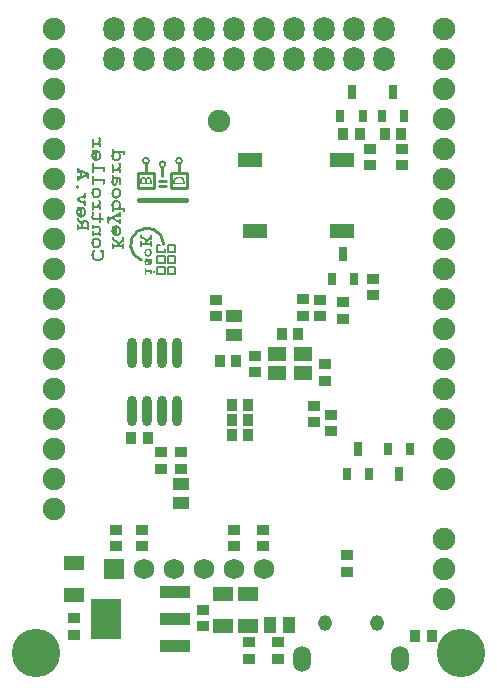
<source format=gbs>
G04*
G04 #@! TF.GenerationSoftware,Altium Limited,Altium Designer,18.0.7 (293)*
G04*
G04 Layer_Color=16711935*
%FSLAX44Y44*%
%MOMM*%
G71*
G01*
G75*
%ADD10C,0.2000*%
%ADD11C,0.2500*%
%ADD30R,0.9000X1.0000*%
%ADD31R,1.4000X1.1000*%
%ADD32R,1.0000X0.9000*%
%ADD36R,0.7500X1.0000*%
%ADD37R,0.7500X1.2000*%
%ADD43C,1.7500*%
%ADD44R,1.7500X1.7500*%
%ADD45C,1.9000*%
%ADD46O,1.8000X2.1000*%
%ADD47O,1.1500X1.3500*%
%ADD48C,4.1000*%
%ADD74R,1.8000X1.2000*%
%ADD75R,1.4995X1.2498*%
%ADD76R,2.1000X1.3000*%
%ADD77R,1.1000X1.4000*%
%ADD78R,2.5000X1.1000*%
%ADD79R,2.5000X3.4000*%
%ADD80O,0.8000X2.6000*%
%ADD81O,1.5000X2.2000*%
G36*
X73844Y456880D02*
X74006Y456818D01*
X74156Y456730D01*
X74293Y456630D01*
X74394Y456518D01*
X74481Y456431D01*
X74543Y456368D01*
X74556Y456356D01*
Y456343D01*
X74668Y456193D01*
X74768Y456043D01*
X74856Y455893D01*
X74931Y455743D01*
X75043Y455468D01*
X75131Y455218D01*
X75168Y454993D01*
X75181Y454906D01*
X75193Y454831D01*
X75206Y454768D01*
Y454681D01*
X75193Y454468D01*
X75168Y454256D01*
X75118Y454056D01*
X75068Y453869D01*
X75018Y453706D01*
X74968Y453581D01*
X74956Y453531D01*
X74943Y453494D01*
X74931Y453481D01*
Y453469D01*
X74881Y453344D01*
X74806Y453206D01*
X74656Y452931D01*
X74481Y452644D01*
X74306Y452356D01*
X74131Y452119D01*
X74068Y452007D01*
X73994Y451919D01*
X73944Y451832D01*
X73906Y451782D01*
X73881Y451744D01*
X73869Y451732D01*
X74968D01*
Y449332D01*
X74956Y449095D01*
X74931Y448895D01*
X74893Y448732D01*
X74843Y448607D01*
X74793Y448507D01*
X74756Y448433D01*
X74731Y448395D01*
X74718Y448382D01*
X74618Y448295D01*
X74518Y448233D01*
X74418Y448183D01*
X74318Y448158D01*
X74231Y448133D01*
X74156Y448120D01*
X74106D01*
X74093D01*
X73956Y448133D01*
X73819Y448158D01*
X73719Y448208D01*
X73619Y448258D01*
X73544Y448295D01*
X73494Y448345D01*
X73456Y448370D01*
X73444Y448382D01*
X73369Y448507D01*
X73306Y448645D01*
X73269Y448807D01*
X73231Y448957D01*
X73219Y449107D01*
X73206Y449220D01*
Y449970D01*
X68907D01*
Y448920D01*
X68895Y448683D01*
X68870Y448483D01*
X68832Y448320D01*
X68782Y448195D01*
X68732Y448095D01*
X68695Y448020D01*
X68670Y447983D01*
X68657Y447970D01*
X68557Y447883D01*
X68457Y447820D01*
X68358Y447770D01*
X68257Y447745D01*
X68170Y447720D01*
X68095Y447708D01*
X68045D01*
X68033D01*
X67895Y447720D01*
X67758Y447745D01*
X67658Y447795D01*
X67558Y447845D01*
X67483Y447883D01*
X67433Y447933D01*
X67395Y447958D01*
X67383Y447970D01*
X67308Y448095D01*
X67245Y448233D01*
X67208Y448395D01*
X67170Y448545D01*
X67158Y448695D01*
X67145Y448807D01*
Y454244D01*
X67158Y454468D01*
X67183Y454668D01*
X67220Y454831D01*
X67270Y454956D01*
X67308Y455056D01*
X67345Y455131D01*
X67370Y455168D01*
X67383Y455181D01*
X67483Y455268D01*
X67583Y455343D01*
X67695Y455393D01*
X67795Y455418D01*
X67883Y455443D01*
X67958Y455456D01*
X68008D01*
X68020D01*
X68158Y455443D01*
X68282Y455418D01*
X68395Y455368D01*
X68482Y455318D01*
X68557Y455268D01*
X68607Y455218D01*
X68645Y455193D01*
X68657Y455181D01*
X68745Y455056D01*
X68807Y454918D01*
X68845Y454768D01*
X68882Y454606D01*
X68895Y454468D01*
X68907Y454356D01*
Y451732D01*
X71569D01*
X71894Y452132D01*
X72182Y452481D01*
X72419Y452794D01*
X72531Y452931D01*
X72619Y453056D01*
X72706Y453169D01*
X72769Y453269D01*
X72831Y453356D01*
X72881Y453431D01*
X72919Y453481D01*
X72944Y453519D01*
X72969Y453544D01*
Y453556D01*
X73131Y453819D01*
X73244Y454044D01*
X73331Y454231D01*
X73381Y454394D01*
X73419Y454506D01*
X73431Y454594D01*
X73444Y454656D01*
Y454668D01*
X73431Y454781D01*
X73394Y454893D01*
X73331Y455006D01*
X73281Y455106D01*
X73219Y455193D01*
X73156Y455256D01*
X73119Y455306D01*
X73106Y455318D01*
X72994Y455456D01*
X72919Y455581D01*
X72856Y455693D01*
X72819Y455793D01*
X72794Y455881D01*
X72781Y455956D01*
Y456006D01*
X72794Y456143D01*
X72819Y456255D01*
X72869Y456368D01*
X72919Y456455D01*
X72956Y456530D01*
X73006Y456580D01*
X73031Y456618D01*
X73044Y456630D01*
X73144Y456718D01*
X73256Y456793D01*
X73356Y456843D01*
X73456Y456868D01*
X73544Y456893D01*
X73619Y456905D01*
X73669D01*
X73681D01*
X73769D01*
X73844Y456880D01*
D02*
G37*
G36*
X85106Y446814D02*
X85231Y446789D01*
X85343Y446739D01*
X85431Y446689D01*
X85506Y446639D01*
X85556Y446589D01*
X85593Y446564D01*
X85606Y446552D01*
X85693Y446427D01*
X85756Y446289D01*
X85793Y446139D01*
X85830Y445977D01*
X85843Y445839D01*
X85856Y445727D01*
Y445315D01*
X95266D01*
Y443253D01*
X95253Y443015D01*
X95228Y442815D01*
X95191Y442653D01*
X95141Y442528D01*
X95091Y442428D01*
X95053Y442353D01*
X95028Y442315D01*
X95016Y442303D01*
X94916Y442215D01*
X94816Y442153D01*
X94703Y442103D01*
X94603Y442078D01*
X94516Y442053D01*
X94441Y442040D01*
X94391D01*
X94378D01*
X94241Y442053D01*
X94116Y442078D01*
X94003Y442128D01*
X93916Y442178D01*
X93841Y442215D01*
X93791Y442265D01*
X93753Y442290D01*
X93741Y442303D01*
X93666Y442428D01*
X93603Y442565D01*
X93566Y442728D01*
X93528Y442878D01*
X93516Y443028D01*
X93504Y443140D01*
Y443553D01*
X91304D01*
X91454Y443315D01*
X91579Y443078D01*
X91692Y442853D01*
X91779Y442653D01*
X91854Y442490D01*
X91904Y442353D01*
X91917Y442303D01*
X91929Y442265D01*
X91941Y442253D01*
Y442240D01*
X92016Y441990D01*
X92066Y441753D01*
X92104Y441528D01*
X92129Y441316D01*
X92141Y441141D01*
X92154Y441003D01*
Y440891D01*
X92141Y440553D01*
X92104Y440228D01*
X92041Y439916D01*
X91954Y439628D01*
X91854Y439354D01*
X91754Y439104D01*
X91642Y438866D01*
X91517Y438641D01*
X91404Y438454D01*
X91279Y438279D01*
X91179Y438129D01*
X91079Y438004D01*
X90992Y437904D01*
X90929Y437841D01*
X90892Y437791D01*
X90879Y437779D01*
X90642Y437554D01*
X90392Y437367D01*
X90129Y437192D01*
X89867Y437054D01*
X89605Y436929D01*
X89355Y436829D01*
X89105Y436742D01*
X88880Y436679D01*
X88655Y436617D01*
X88455Y436579D01*
X88280Y436554D01*
X88117Y436542D01*
X87992Y436529D01*
X87893Y436517D01*
X87843D01*
X87817D01*
X87505Y436529D01*
X87205Y436567D01*
X86918Y436629D01*
X86643Y436704D01*
X86393Y436804D01*
X86155Y436904D01*
X85943Y437004D01*
X85743Y437129D01*
X85568Y437242D01*
X85406Y437342D01*
X85281Y437454D01*
X85168Y437542D01*
X85068Y437617D01*
X85006Y437679D01*
X84968Y437716D01*
X84956Y437729D01*
X84756Y437966D01*
X84581Y438216D01*
X84418Y438479D01*
X84293Y438741D01*
X84181Y439004D01*
X84081Y439279D01*
X84006Y439529D01*
X83956Y439779D01*
X83906Y440016D01*
X83869Y440241D01*
X83843Y440428D01*
X83819Y440603D01*
Y440741D01*
X83806Y440841D01*
Y440928D01*
X83819Y441191D01*
X83831Y441441D01*
X83856Y441665D01*
X83893Y441866D01*
X83931Y442040D01*
X83956Y442165D01*
X83968Y442215D01*
Y442253D01*
X83981Y442265D01*
Y442278D01*
X84056Y442528D01*
X84143Y442753D01*
X84231Y442978D01*
X84318Y443165D01*
X84393Y443328D01*
X84456Y443453D01*
X84481Y443490D01*
X84506Y443527D01*
X84518Y443540D01*
Y443553D01*
X84094D01*
Y445615D01*
X84106Y445839D01*
X84131Y446039D01*
X84168Y446202D01*
X84218Y446327D01*
X84256Y446427D01*
X84293Y446502D01*
X84318Y446539D01*
X84331Y446552D01*
X84431Y446639D01*
X84531Y446714D01*
X84643Y446764D01*
X84743Y446789D01*
X84831Y446814D01*
X84906Y446827D01*
X84956D01*
X84968D01*
X85106Y446814D01*
D02*
G37*
G36*
X68470Y445946D02*
X68595Y445921D01*
X68707Y445883D01*
X68795Y445833D01*
X68870Y445783D01*
X68920Y445746D01*
X68957Y445721D01*
X68970Y445708D01*
X69057Y445621D01*
X69120Y445521D01*
X69157Y445421D01*
X69195Y445321D01*
X69207Y445246D01*
X69220Y445183D01*
Y445121D01*
X69207Y445008D01*
X69195Y444858D01*
X69170Y444709D01*
X69132Y444558D01*
X69095Y444409D01*
X69070Y444296D01*
X69057Y444246D01*
Y444209D01*
X69045Y444196D01*
Y444184D01*
X68970Y443884D01*
X68907Y443609D01*
X68845Y443346D01*
X68795Y443096D01*
X68757Y442859D01*
X68720Y442646D01*
X68695Y442447D01*
X68670Y442272D01*
X68657Y442122D01*
X68645Y441984D01*
X68632Y441859D01*
Y441759D01*
X68620Y441684D01*
Y441584D01*
X68632Y441159D01*
X68657Y440959D01*
X68682Y440784D01*
X68720Y440610D01*
X68745Y440460D01*
X68782Y440310D01*
X68832Y440185D01*
X68870Y440072D01*
X68907Y439972D01*
X68932Y439885D01*
X68970Y439810D01*
X68995Y439760D01*
X69020Y439722D01*
X69032Y439697D01*
Y439685D01*
X69207Y439447D01*
X69382Y439235D01*
X69570Y439072D01*
X69757Y438935D01*
X69920Y438835D01*
X70045Y438760D01*
X70095Y438735D01*
X70132Y438722D01*
X70145Y438710D01*
X70157D01*
Y445946D01*
X70907D01*
X71219Y445933D01*
X71507Y445908D01*
X71769Y445858D01*
X71982Y445808D01*
X72169Y445758D01*
X72244Y445733D01*
X72306Y445708D01*
X72357Y445696D01*
X72394Y445683D01*
X72407Y445671D01*
X72419D01*
X72756Y445508D01*
X73069Y445333D01*
X73331Y445171D01*
X73569Y445008D01*
X73756Y444858D01*
X73831Y444796D01*
X73894Y444746D01*
X73944Y444709D01*
X73981Y444671D01*
X73994Y444659D01*
X74006Y444646D01*
X74169Y444459D01*
X74318Y444259D01*
X74456Y444034D01*
X74581Y443809D01*
X74681Y443621D01*
X74718Y443534D01*
X74756Y443459D01*
X74781Y443396D01*
X74806Y443346D01*
X74818Y443321D01*
Y443309D01*
X74943Y442971D01*
X75043Y442621D01*
X75106Y442284D01*
X75156Y441984D01*
X75168Y441847D01*
X75181Y441722D01*
X75193Y441609D01*
X75206Y441522D01*
Y441334D01*
X75193Y440997D01*
X75156Y440685D01*
X75093Y440372D01*
X75018Y440085D01*
X74931Y439797D01*
X74831Y439535D01*
X74731Y439297D01*
X74618Y439072D01*
X74506Y438872D01*
X74406Y438685D01*
X74306Y438535D01*
X74219Y438398D01*
X74144Y438298D01*
X74081Y438223D01*
X74043Y438173D01*
X74031Y438160D01*
X73806Y437923D01*
X73569Y437710D01*
X73319Y437523D01*
X73056Y437373D01*
X72806Y437235D01*
X72556Y437135D01*
X72306Y437035D01*
X72069Y436973D01*
X71857Y436911D01*
X71644Y436873D01*
X71457Y436836D01*
X71307Y436823D01*
X71169Y436810D01*
X71082Y436798D01*
X71019D01*
X70994D01*
X70669Y436810D01*
X70370Y436848D01*
X70070Y436911D01*
X69795Y436998D01*
X69532Y437085D01*
X69295Y437198D01*
X69070Y437310D01*
X68870Y437435D01*
X68682Y437548D01*
X68520Y437660D01*
X68383Y437773D01*
X68257Y437860D01*
X68170Y437948D01*
X68095Y438010D01*
X68058Y438048D01*
X68045Y438060D01*
X67833Y438310D01*
X67658Y438573D01*
X67495Y438848D01*
X67358Y439122D01*
X67245Y439410D01*
X67145Y439697D01*
X67070Y439972D01*
X67008Y440235D01*
X66958Y440485D01*
X66920Y440709D01*
X66895Y440922D01*
X66883Y441097D01*
X66870Y441247D01*
X66858Y441359D01*
Y441447D01*
X66870Y441909D01*
X66908Y442372D01*
X66945Y442797D01*
X66970Y443009D01*
X67008Y443196D01*
X67033Y443371D01*
X67058Y443521D01*
X67083Y443659D01*
X67095Y443784D01*
X67120Y443884D01*
X67133Y443946D01*
X67145Y443996D01*
Y444009D01*
X67195Y444246D01*
X67258Y444471D01*
X67308Y444659D01*
X67358Y444833D01*
X67408Y444996D01*
X67458Y445133D01*
X67508Y445246D01*
X67558Y445358D01*
X67595Y445446D01*
X67633Y445521D01*
X67670Y445571D01*
X67695Y445621D01*
X67733Y445683D01*
X67745Y445696D01*
X67845Y445783D01*
X67945Y445846D01*
X68045Y445896D01*
X68133Y445921D01*
X68208Y445946D01*
X68282Y445958D01*
X68320D01*
X68333D01*
X68470Y445946D01*
D02*
G37*
G36*
X90792Y435467D02*
X90954Y435405D01*
X91104Y435317D01*
X91242Y435217D01*
X91342Y435105D01*
X91429Y435017D01*
X91492Y434955D01*
X91504Y434942D01*
Y434930D01*
X91616Y434780D01*
X91716Y434630D01*
X91804Y434480D01*
X91879Y434330D01*
X91991Y434055D01*
X92079Y433805D01*
X92116Y433580D01*
X92129Y433493D01*
X92141Y433418D01*
X92154Y433355D01*
Y433268D01*
X92141Y433055D01*
X92116Y432843D01*
X92066Y432643D01*
X92016Y432455D01*
X91966Y432293D01*
X91917Y432168D01*
X91904Y432118D01*
X91891Y432080D01*
X91879Y432068D01*
Y432056D01*
X91829Y431931D01*
X91754Y431793D01*
X91604Y431518D01*
X91429Y431231D01*
X91254Y430943D01*
X91079Y430706D01*
X91017Y430593D01*
X90942Y430506D01*
X90892Y430418D01*
X90854Y430368D01*
X90829Y430331D01*
X90817Y430318D01*
X91917D01*
Y427919D01*
X91904Y427682D01*
X91879Y427482D01*
X91841Y427319D01*
X91791Y427194D01*
X91742Y427094D01*
X91704Y427019D01*
X91679Y426982D01*
X91666Y426969D01*
X91566Y426882D01*
X91467Y426819D01*
X91367Y426769D01*
X91267Y426744D01*
X91179Y426719D01*
X91104Y426707D01*
X91054D01*
X91042D01*
X90904Y426719D01*
X90767Y426744D01*
X90667Y426794D01*
X90567Y426844D01*
X90492Y426882D01*
X90442Y426932D01*
X90404Y426957D01*
X90392Y426969D01*
X90317Y427094D01*
X90254Y427232D01*
X90217Y427394D01*
X90179Y427544D01*
X90167Y427694D01*
X90154Y427807D01*
Y428556D01*
X85856D01*
Y427507D01*
X85843Y427269D01*
X85818Y427069D01*
X85780Y426907D01*
X85730Y426782D01*
X85681Y426682D01*
X85643Y426607D01*
X85618Y426569D01*
X85606Y426557D01*
X85506Y426469D01*
X85406Y426407D01*
X85306Y426357D01*
X85206Y426332D01*
X85118Y426307D01*
X85043Y426294D01*
X84993D01*
X84981D01*
X84843Y426307D01*
X84706Y426332D01*
X84606Y426382D01*
X84506Y426432D01*
X84431Y426469D01*
X84381Y426519D01*
X84343Y426544D01*
X84331Y426557D01*
X84256Y426682D01*
X84193Y426819D01*
X84156Y426982D01*
X84118Y427132D01*
X84106Y427282D01*
X84094Y427394D01*
Y432830D01*
X84106Y433055D01*
X84131Y433255D01*
X84168Y433418D01*
X84218Y433543D01*
X84256Y433643D01*
X84293Y433717D01*
X84318Y433755D01*
X84331Y433768D01*
X84431Y433855D01*
X84531Y433930D01*
X84643Y433980D01*
X84743Y434005D01*
X84831Y434030D01*
X84906Y434043D01*
X84956D01*
X84968D01*
X85106Y434030D01*
X85231Y434005D01*
X85343Y433955D01*
X85431Y433905D01*
X85506Y433855D01*
X85556Y433805D01*
X85593Y433780D01*
X85606Y433768D01*
X85693Y433643D01*
X85756Y433505D01*
X85793Y433355D01*
X85830Y433193D01*
X85843Y433055D01*
X85856Y432943D01*
Y430318D01*
X88517D01*
X88842Y430718D01*
X89130Y431068D01*
X89367Y431381D01*
X89480Y431518D01*
X89567Y431643D01*
X89655Y431755D01*
X89717Y431856D01*
X89780Y431943D01*
X89830Y432018D01*
X89867Y432068D01*
X89892Y432105D01*
X89917Y432131D01*
Y432143D01*
X90079Y432405D01*
X90192Y432630D01*
X90279Y432818D01*
X90329Y432980D01*
X90367Y433093D01*
X90379Y433180D01*
X90392Y433243D01*
Y433255D01*
X90379Y433368D01*
X90342Y433480D01*
X90279Y433593D01*
X90229Y433693D01*
X90167Y433780D01*
X90104Y433843D01*
X90067Y433893D01*
X90054Y433905D01*
X89942Y434043D01*
X89867Y434167D01*
X89804Y434280D01*
X89767Y434380D01*
X89742Y434467D01*
X89729Y434542D01*
Y434592D01*
X89742Y434730D01*
X89767Y434842D01*
X89817Y434955D01*
X89867Y435042D01*
X89904Y435117D01*
X89955Y435167D01*
X89979Y435205D01*
X89992Y435217D01*
X90092Y435305D01*
X90204Y435380D01*
X90304Y435430D01*
X90404Y435455D01*
X90492Y435480D01*
X90567Y435492D01*
X90617D01*
X90629D01*
X90717D01*
X90792Y435467D01*
D02*
G37*
G36*
X68158Y435123D02*
X68282Y435098D01*
X68395Y435048D01*
X68482Y434999D01*
X68557Y434949D01*
X68607Y434898D01*
X68645Y434874D01*
X68657Y434861D01*
X68745Y434736D01*
X68807Y434599D01*
X68845Y434449D01*
X68882Y434286D01*
X68895Y434149D01*
X68907Y434036D01*
Y431799D01*
X78317D01*
Y428613D01*
X78305Y428375D01*
X78280Y428175D01*
X78243Y428013D01*
X78193Y427888D01*
X78142Y427788D01*
X78105Y427713D01*
X78080Y427675D01*
X78067Y427663D01*
X77968Y427575D01*
X77868Y427513D01*
X77768Y427463D01*
X77668Y427438D01*
X77580Y427413D01*
X77505Y427400D01*
X77455D01*
X77443D01*
X77305Y427413D01*
X77168Y427438D01*
X77068Y427488D01*
X76968Y427538D01*
X76893Y427575D01*
X76843Y427625D01*
X76805Y427650D01*
X76793Y427663D01*
X76718Y427788D01*
X76655Y427925D01*
X76618Y428088D01*
X76580Y428238D01*
X76568Y428388D01*
X76555Y428500D01*
Y430037D01*
X68907D01*
Y427913D01*
X68895Y427675D01*
X68870Y427475D01*
X68832Y427313D01*
X68782Y427188D01*
X68732Y427088D01*
X68695Y427013D01*
X68670Y426976D01*
X68657Y426963D01*
X68557Y426875D01*
X68457Y426813D01*
X68358Y426763D01*
X68257Y426738D01*
X68170Y426713D01*
X68095Y426701D01*
X68045D01*
X68033D01*
X67895Y426713D01*
X67758Y426738D01*
X67658Y426788D01*
X67558Y426838D01*
X67483Y426875D01*
X67433Y426926D01*
X67395Y426950D01*
X67383Y426963D01*
X67308Y427088D01*
X67245Y427225D01*
X67208Y427388D01*
X67170Y427538D01*
X67158Y427688D01*
X67145Y427800D01*
Y433924D01*
X67158Y434149D01*
X67183Y434349D01*
X67220Y434511D01*
X67270Y434636D01*
X67308Y434736D01*
X67345Y434811D01*
X67370Y434849D01*
X67383Y434861D01*
X67483Y434949D01*
X67583Y435023D01*
X67695Y435074D01*
X67795Y435098D01*
X67883Y435123D01*
X67958Y435136D01*
X68008D01*
X68020D01*
X68158Y435123D01*
D02*
G37*
G36*
X55333Y431037D02*
X55471Y430999D01*
X55596Y430937D01*
X55708Y430874D01*
X55796Y430799D01*
X55858Y430750D01*
X55908Y430700D01*
X55921Y430687D01*
X55971Y430600D01*
X56021Y430475D01*
X56046Y430337D01*
X56058Y430187D01*
X56071Y430062D01*
X56083Y429950D01*
Y429837D01*
X64756Y426301D01*
X64768Y422514D01*
X64756Y422289D01*
X64731Y422089D01*
X64693Y421927D01*
X64644Y421802D01*
X64594Y421702D01*
X64556Y421627D01*
X64531Y421589D01*
X64518Y421577D01*
X64419Y421489D01*
X64318Y421427D01*
X64219Y421377D01*
X64106Y421352D01*
X64019Y421327D01*
X63944Y421315D01*
X63894D01*
X63881D01*
X63744Y421327D01*
X63619Y421352D01*
X63506Y421402D01*
X63419Y421452D01*
X63344Y421489D01*
X63294Y421539D01*
X63256Y421564D01*
X63244Y421577D01*
X63169Y421702D01*
X63106Y421839D01*
X63069Y421989D01*
X63031Y422152D01*
X63019Y422289D01*
X63006Y422402D01*
Y423664D01*
X56083Y420877D01*
X56071Y420652D01*
X56046Y420452D01*
X56008Y420290D01*
X55958Y420165D01*
X55908Y420065D01*
X55871Y420002D01*
X55846Y419965D01*
X55833Y419952D01*
X55733Y419865D01*
X55633Y419790D01*
X55533Y419740D01*
X55433Y419715D01*
X55346Y419690D01*
X55271Y419677D01*
X55221D01*
X55208D01*
X55071Y419690D01*
X54933Y419715D01*
X54833Y419765D01*
X54734Y419815D01*
X54658Y419865D01*
X54608Y419915D01*
X54571Y419940D01*
X54559Y419952D01*
X54484Y420065D01*
X54421Y420202D01*
X54384Y420365D01*
X54346Y420515D01*
X54334Y420652D01*
X54321Y420765D01*
Y423201D01*
X54334Y423426D01*
X54359Y423626D01*
X54396Y423789D01*
X54446Y423914D01*
X54484Y424014D01*
X54521Y424089D01*
X54546Y424126D01*
X54559Y424139D01*
X54658Y424226D01*
X54759Y424301D01*
X54871Y424351D01*
X54971Y424376D01*
X55058Y424401D01*
X55133Y424414D01*
X55183D01*
X55196D01*
X55333Y424401D01*
X55458Y424376D01*
X55571Y424326D01*
X55658Y424276D01*
X55733Y424226D01*
X55783Y424176D01*
X55821Y424151D01*
X55833Y424139D01*
X55921Y424014D01*
X55983Y423876D01*
X56021Y423726D01*
X56058Y423564D01*
X56071Y423426D01*
X56083Y423314D01*
Y422777D01*
X57170Y423214D01*
Y427488D01*
X56083Y427938D01*
Y427513D01*
X56071Y427288D01*
X56046Y427088D01*
X56008Y426926D01*
X55958Y426801D01*
X55908Y426701D01*
X55871Y426626D01*
X55846Y426588D01*
X55833Y426576D01*
X55733Y426488D01*
X55633Y426426D01*
X55533Y426376D01*
X55433Y426351D01*
X55346Y426326D01*
X55271Y426313D01*
X55221D01*
X55208D01*
X55071Y426326D01*
X54933Y426351D01*
X54833Y426401D01*
X54734Y426451D01*
X54658Y426488D01*
X54608Y426538D01*
X54571Y426563D01*
X54559Y426576D01*
X54484Y426701D01*
X54421Y426838D01*
X54384Y426988D01*
X54346Y427150D01*
X54334Y427288D01*
X54321Y427400D01*
Y429837D01*
X54334Y430062D01*
X54359Y430262D01*
X54396Y430425D01*
X54446Y430550D01*
X54484Y430650D01*
X54521Y430725D01*
X54546Y430762D01*
X54559Y430775D01*
X54658Y430862D01*
X54759Y430937D01*
X54871Y430987D01*
X54971Y431012D01*
X55058Y431037D01*
X55133Y431049D01*
X55183D01*
X55196D01*
X55333Y431037D01*
D02*
G37*
G36*
X68158Y424539D02*
X68282Y424514D01*
X68395Y424464D01*
X68482Y424414D01*
X68557Y424364D01*
X68607Y424314D01*
X68645Y424289D01*
X68657Y424276D01*
X68745Y424151D01*
X68807Y424014D01*
X68845Y423864D01*
X68882Y423701D01*
X68895Y423564D01*
X68907Y423451D01*
Y421214D01*
X78317D01*
Y418028D01*
X78305Y417790D01*
X78280Y417590D01*
X78243Y417428D01*
X78193Y417303D01*
X78142Y417203D01*
X78105Y417128D01*
X78080Y417091D01*
X78067Y417078D01*
X77968Y416991D01*
X77868Y416928D01*
X77768Y416878D01*
X77668Y416853D01*
X77580Y416828D01*
X77505Y416816D01*
X77455D01*
X77443D01*
X77305Y416828D01*
X77168Y416853D01*
X77068Y416903D01*
X76968Y416953D01*
X76893Y416991D01*
X76843Y417041D01*
X76805Y417066D01*
X76793Y417078D01*
X76718Y417203D01*
X76655Y417341D01*
X76618Y417503D01*
X76580Y417653D01*
X76568Y417803D01*
X76555Y417915D01*
Y419453D01*
X68907D01*
Y417328D01*
X68895Y417091D01*
X68870Y416891D01*
X68832Y416728D01*
X68782Y416603D01*
X68732Y416503D01*
X68695Y416428D01*
X68670Y416391D01*
X68657Y416378D01*
X68557Y416291D01*
X68457Y416228D01*
X68358Y416178D01*
X68257Y416153D01*
X68170Y416128D01*
X68095Y416116D01*
X68045D01*
X68033D01*
X67895Y416128D01*
X67758Y416153D01*
X67658Y416203D01*
X67558Y416253D01*
X67483Y416291D01*
X67433Y416341D01*
X67395Y416366D01*
X67383Y416378D01*
X67308Y416503D01*
X67245Y416641D01*
X67208Y416803D01*
X67170Y416953D01*
X67158Y417103D01*
X67145Y417215D01*
Y423339D01*
X67158Y423564D01*
X67183Y423764D01*
X67220Y423926D01*
X67270Y424051D01*
X67308Y424151D01*
X67345Y424226D01*
X67370Y424264D01*
X67383Y424276D01*
X67483Y424364D01*
X67583Y424439D01*
X67695Y424489D01*
X67795Y424514D01*
X67883Y424539D01*
X67958Y424551D01*
X68008D01*
X68020D01*
X68158Y424539D01*
D02*
G37*
G36*
X85106Y424957D02*
X85231Y424932D01*
X85343Y424882D01*
X85431Y424832D01*
X85506Y424782D01*
X85556Y424732D01*
X85593Y424707D01*
X85606Y424695D01*
X85693Y424570D01*
X85756Y424432D01*
X85793Y424282D01*
X85830Y424120D01*
X85843Y423983D01*
X85856Y423870D01*
Y423458D01*
X89492D01*
X89717Y423445D01*
X89930Y423420D01*
X90129Y423370D01*
X90317Y423320D01*
X90492Y423245D01*
X90654Y423170D01*
X90804Y423083D01*
X90929Y423008D01*
X91054Y422920D01*
X91154Y422833D01*
X91242Y422758D01*
X91317Y422683D01*
X91367Y422633D01*
X91404Y422583D01*
X91429Y422558D01*
X91442Y422545D01*
X91566Y422370D01*
X91679Y422170D01*
X91767Y421971D01*
X91854Y421758D01*
X91929Y421546D01*
X91979Y421333D01*
X92066Y420921D01*
X92091Y420733D01*
X92116Y420558D01*
X92129Y420396D01*
X92141Y420258D01*
X92154Y420146D01*
Y419771D01*
X92141Y419559D01*
X92116Y419346D01*
X92104Y419159D01*
X92079Y418996D01*
X92054Y418859D01*
Y418809D01*
X92041Y418771D01*
Y418746D01*
X91991Y418496D01*
X91954Y418259D01*
X91904Y418022D01*
X91854Y417822D01*
X91817Y417659D01*
X91779Y417522D01*
X91767Y417472D01*
Y417434D01*
X91754Y417422D01*
Y417409D01*
X91704Y417247D01*
X91654Y417097D01*
X91616Y416984D01*
X91579Y416897D01*
X91554Y416834D01*
X91529Y416797D01*
X91517Y416772D01*
Y416759D01*
X91429Y416659D01*
X91354Y416584D01*
X91279Y416534D01*
X91267Y416522D01*
X91254D01*
X91129Y416484D01*
X91004Y416460D01*
X90942Y416447D01*
X90904D01*
X90879D01*
X90867D01*
X90729Y416460D01*
X90592Y416484D01*
X90492Y416522D01*
X90392Y416572D01*
X90317Y416609D01*
X90267Y416647D01*
X90229Y416672D01*
X90217Y416684D01*
X90129Y416784D01*
X90067Y416884D01*
X90029Y416984D01*
X90004Y417084D01*
X89979Y417159D01*
X89967Y417222D01*
Y417397D01*
X89979Y417509D01*
X90029Y417747D01*
X90042Y417847D01*
X90067Y417934D01*
X90079Y417984D01*
Y418009D01*
X90179Y418459D01*
X90229Y418659D01*
X90254Y418859D01*
X90292Y419034D01*
X90317Y419209D01*
X90342Y419359D01*
X90354Y419496D01*
X90367Y419621D01*
X90379Y419734D01*
Y419821D01*
X90392Y419909D01*
Y420221D01*
X90379Y420383D01*
X90367Y420521D01*
X90354Y420658D01*
X90329Y420771D01*
X90304Y420883D01*
X90267Y421058D01*
X90217Y421183D01*
X90167Y421283D01*
X90142Y421333D01*
X90129Y421346D01*
X90029Y421458D01*
X89917Y421546D01*
X89817Y421608D01*
X89717Y421658D01*
X89617Y421683D01*
X89542Y421696D01*
X89492D01*
X89480D01*
X89055D01*
X89117Y421308D01*
X89155Y420958D01*
X89192Y420646D01*
X89205Y420371D01*
X89217Y420246D01*
Y420146D01*
X89230Y420046D01*
Y419834D01*
X89217Y419471D01*
X89192Y419121D01*
X89142Y418796D01*
X89080Y418496D01*
X89005Y418222D01*
X88930Y417959D01*
X88842Y417722D01*
X88755Y417522D01*
X88667Y417322D01*
X88580Y417159D01*
X88505Y417022D01*
X88430Y416909D01*
X88367Y416809D01*
X88317Y416747D01*
X88292Y416709D01*
X88280Y416697D01*
X88105Y416497D01*
X87917Y416322D01*
X87743Y416172D01*
X87555Y416047D01*
X87380Y415935D01*
X87205Y415847D01*
X87043Y415772D01*
X86893Y415710D01*
X86755Y415672D01*
X86618Y415635D01*
X86505Y415610D01*
X86405Y415585D01*
X86330D01*
X86268Y415572D01*
X86230D01*
X86218D01*
X86055Y415585D01*
X85880Y415610D01*
X85730Y415660D01*
X85568Y415710D01*
X85293Y415847D01*
X85043Y416022D01*
X84843Y416185D01*
X84756Y416259D01*
X84693Y416322D01*
X84631Y416372D01*
X84593Y416422D01*
X84568Y416447D01*
X84556Y416460D01*
X84418Y416634D01*
X84306Y416809D01*
X84206Y416997D01*
X84118Y417197D01*
X84056Y417384D01*
X83994Y417584D01*
X83906Y417947D01*
X83869Y418121D01*
X83843Y418271D01*
X83831Y418409D01*
X83819Y418534D01*
X83806Y418634D01*
Y418771D01*
X83819Y419021D01*
X83831Y419271D01*
X83856Y419521D01*
X83893Y419746D01*
X83931Y419934D01*
X83944Y420021D01*
X83956Y420084D01*
X83968Y420146D01*
Y420183D01*
X83981Y420209D01*
Y420221D01*
X84056Y420508D01*
X84143Y420783D01*
X84218Y421033D01*
X84306Y421258D01*
X84381Y421446D01*
X84418Y421521D01*
X84443Y421583D01*
X84468Y421633D01*
X84493Y421671D01*
X84506Y421683D01*
Y421696D01*
X84094D01*
Y423758D01*
X84106Y423983D01*
X84131Y424183D01*
X84168Y424345D01*
X84218Y424470D01*
X84256Y424570D01*
X84293Y424645D01*
X84318Y424682D01*
X84331Y424695D01*
X84431Y424782D01*
X84531Y424857D01*
X84643Y424907D01*
X84743Y424932D01*
X84831Y424957D01*
X84906Y424970D01*
X84956D01*
X84968D01*
X85106Y424957D01*
D02*
G37*
G36*
X55383Y416103D02*
X55546Y416066D01*
X55696Y416003D01*
X55821Y415941D01*
X55908Y415866D01*
X55983Y415816D01*
X56033Y415766D01*
X56046Y415753D01*
X56158Y415616D01*
X56246Y415453D01*
X56296Y415291D01*
X56346Y415141D01*
X56371Y415004D01*
X56383Y414891D01*
Y414791D01*
X56371Y414566D01*
X56333Y414379D01*
X56271Y414204D01*
X56221Y414066D01*
X56158Y413966D01*
X56096Y413879D01*
X56058Y413829D01*
X56046Y413816D01*
X55908Y413704D01*
X55771Y413616D01*
X55633Y413554D01*
X55496Y413517D01*
X55383Y413492D01*
X55296Y413466D01*
X55233D01*
X55208D01*
X55021Y413479D01*
X54858Y413517D01*
X54708Y413579D01*
X54596Y413641D01*
X54496Y413704D01*
X54421Y413766D01*
X54371Y413804D01*
X54359Y413816D01*
X54246Y413954D01*
X54171Y414116D01*
X54109Y414279D01*
X54071Y414441D01*
X54046Y414579D01*
X54034Y414691D01*
Y414791D01*
X54046Y415004D01*
X54084Y415204D01*
X54134Y415366D01*
X54196Y415504D01*
X54259Y415616D01*
X54309Y415691D01*
X54346Y415741D01*
X54359Y415753D01*
X54496Y415878D01*
X54633Y415966D01*
X54771Y416028D01*
X54908Y416066D01*
X55033Y416103D01*
X55121Y416116D01*
X55183D01*
X55208D01*
X55383Y416103D01*
D02*
G37*
G36*
X71307Y414316D02*
X71682Y414254D01*
X72032Y414154D01*
X72344Y414054D01*
X72481Y414004D01*
X72606Y413954D01*
X72719Y413904D01*
X72806Y413854D01*
X72881Y413816D01*
X72931Y413791D01*
X72969Y413779D01*
X72981Y413766D01*
X73169Y413654D01*
X73344Y413529D01*
X73669Y413266D01*
X73944Y412992D01*
X74181Y412717D01*
X74281Y412579D01*
X74369Y412467D01*
X74431Y412354D01*
X74493Y412267D01*
X74543Y412192D01*
X74581Y412129D01*
X74593Y412092D01*
X74606Y412079D01*
X74706Y411867D01*
X74806Y411667D01*
X74956Y411255D01*
X75056Y410855D01*
X75093Y410680D01*
X75131Y410505D01*
X75156Y410355D01*
X75181Y410205D01*
X75193Y410080D01*
Y409967D01*
X75206Y409880D01*
Y409543D01*
X75181Y409330D01*
X75118Y408905D01*
X75018Y408518D01*
X74968Y408330D01*
X74918Y408168D01*
X74856Y408018D01*
X74806Y407880D01*
X74756Y407755D01*
X74706Y407655D01*
X74668Y407580D01*
X74643Y407518D01*
X74631Y407481D01*
X74618Y407468D01*
X74381Y407081D01*
X74118Y406743D01*
X73981Y406593D01*
X73856Y406456D01*
X73719Y406331D01*
X73594Y406218D01*
X73469Y406118D01*
X73356Y406031D01*
X73256Y405956D01*
X73181Y405893D01*
X73106Y405843D01*
X73056Y405806D01*
X73019Y405793D01*
X73006Y405781D01*
X72819Y405681D01*
X72619Y405593D01*
X72244Y405443D01*
X71894Y405344D01*
X71582Y405281D01*
X71432Y405256D01*
X71307Y405231D01*
X71194Y405219D01*
X71107D01*
X71019Y405206D01*
X70969D01*
X70932D01*
X70919D01*
X70732Y405219D01*
X70532Y405231D01*
X70170Y405294D01*
X69832Y405394D01*
X69532Y405494D01*
X69395Y405544D01*
X69282Y405593D01*
X69170Y405644D01*
X69082Y405694D01*
X69020Y405731D01*
X68970Y405756D01*
X68932Y405781D01*
X68920D01*
X68582Y406018D01*
X68282Y406281D01*
X68020Y406568D01*
X67808Y406831D01*
X67633Y407081D01*
X67570Y407181D01*
X67508Y407281D01*
X67470Y407355D01*
X67433Y407406D01*
X67420Y407443D01*
X67408Y407455D01*
X67308Y407668D01*
X67233Y407868D01*
X67095Y408280D01*
X66995Y408668D01*
X66958Y408855D01*
X66933Y409030D01*
X66908Y409180D01*
X66883Y409330D01*
X66870Y409455D01*
Y409567D01*
X66858Y409642D01*
Y409767D01*
X66870Y409992D01*
X66883Y410217D01*
X66945Y410642D01*
X67033Y411042D01*
X67083Y411217D01*
X67145Y411380D01*
X67195Y411542D01*
X67245Y411679D01*
X67295Y411792D01*
X67333Y411904D01*
X67370Y411979D01*
X67395Y412042D01*
X67420Y412079D01*
Y412092D01*
X67533Y412292D01*
X67645Y412479D01*
X67770Y412654D01*
X67895Y412829D01*
X68020Y412979D01*
X68145Y413117D01*
X68270Y413229D01*
X68383Y413341D01*
X68495Y413442D01*
X68607Y413529D01*
X68695Y413604D01*
X68770Y413666D01*
X68845Y413704D01*
X68895Y413741D01*
X68920Y413766D01*
X68932D01*
X69107Y413866D01*
X69295Y413954D01*
X69645Y414104D01*
X69970Y414204D01*
X70282Y414266D01*
X70407Y414291D01*
X70532Y414316D01*
X70644Y414329D01*
X70732D01*
X70807Y414341D01*
X70857D01*
X70894D01*
X70907D01*
X71107D01*
X71307Y414316D01*
D02*
G37*
G36*
X88255Y414073D02*
X88630Y414010D01*
X88980Y413910D01*
X89292Y413810D01*
X89430Y413760D01*
X89555Y413710D01*
X89667Y413660D01*
X89754Y413610D01*
X89830Y413573D01*
X89880Y413548D01*
X89917Y413535D01*
X89930Y413523D01*
X90117Y413410D01*
X90292Y413285D01*
X90617Y413023D01*
X90892Y412748D01*
X91129Y412473D01*
X91229Y412336D01*
X91317Y412223D01*
X91379Y412111D01*
X91442Y412023D01*
X91492Y411948D01*
X91529Y411886D01*
X91542Y411848D01*
X91554Y411836D01*
X91654Y411623D01*
X91754Y411423D01*
X91904Y411011D01*
X92004Y410611D01*
X92041Y410436D01*
X92079Y410261D01*
X92104Y410111D01*
X92129Y409961D01*
X92141Y409836D01*
Y409724D01*
X92154Y409636D01*
Y409299D01*
X92129Y409086D01*
X92066Y408661D01*
X91966Y408274D01*
X91917Y408087D01*
X91867Y407924D01*
X91804Y407774D01*
X91754Y407637D01*
X91704Y407512D01*
X91654Y407412D01*
X91616Y407337D01*
X91592Y407274D01*
X91579Y407237D01*
X91566Y407224D01*
X91329Y406837D01*
X91067Y406499D01*
X90929Y406350D01*
X90804Y406212D01*
X90667Y406087D01*
X90542Y405975D01*
X90417Y405875D01*
X90304Y405787D01*
X90204Y405712D01*
X90129Y405650D01*
X90054Y405600D01*
X90004Y405562D01*
X89967Y405550D01*
X89955Y405537D01*
X89767Y405437D01*
X89567Y405350D01*
X89192Y405200D01*
X88842Y405100D01*
X88530Y405037D01*
X88380Y405012D01*
X88255Y404987D01*
X88142Y404975D01*
X88055D01*
X87968Y404962D01*
X87917D01*
X87880D01*
X87867D01*
X87680Y404975D01*
X87480Y404987D01*
X87118Y405050D01*
X86780Y405150D01*
X86480Y405250D01*
X86343Y405300D01*
X86230Y405350D01*
X86118Y405400D01*
X86031Y405450D01*
X85968Y405487D01*
X85918Y405512D01*
X85880Y405537D01*
X85868D01*
X85531Y405775D01*
X85231Y406037D01*
X84968Y406325D01*
X84756Y406587D01*
X84581Y406837D01*
X84518Y406937D01*
X84456Y407037D01*
X84418Y407112D01*
X84381Y407162D01*
X84368Y407199D01*
X84356Y407212D01*
X84256Y407424D01*
X84181Y407624D01*
X84044Y408037D01*
X83944Y408424D01*
X83906Y408611D01*
X83881Y408786D01*
X83856Y408936D01*
X83831Y409086D01*
X83819Y409211D01*
Y409324D01*
X83806Y409399D01*
Y409524D01*
X83819Y409749D01*
X83831Y409974D01*
X83893Y410398D01*
X83981Y410798D01*
X84031Y410973D01*
X84094Y411136D01*
X84143Y411298D01*
X84193Y411436D01*
X84243Y411548D01*
X84281Y411661D01*
X84318Y411736D01*
X84343Y411798D01*
X84368Y411836D01*
Y411848D01*
X84481Y412048D01*
X84593Y412235D01*
X84718Y412411D01*
X84843Y412585D01*
X84968Y412735D01*
X85093Y412873D01*
X85218Y412985D01*
X85331Y413098D01*
X85443Y413198D01*
X85556Y413285D01*
X85643Y413360D01*
X85718Y413423D01*
X85793Y413460D01*
X85843Y413498D01*
X85868Y413523D01*
X85880D01*
X86055Y413623D01*
X86243Y413710D01*
X86593Y413860D01*
X86918Y413960D01*
X87230Y414023D01*
X87355Y414048D01*
X87480Y414073D01*
X87593Y414085D01*
X87680D01*
X87755Y414098D01*
X87805D01*
X87843D01*
X87855D01*
X88055D01*
X88255Y414073D01*
D02*
G37*
G36*
X61394Y409567D02*
X61519Y409543D01*
X61632Y409492D01*
X61719Y409442D01*
X61794Y409393D01*
X61844Y409342D01*
X61882Y409318D01*
X61894Y409305D01*
X61982Y409180D01*
X62044Y409043D01*
X62082Y408893D01*
X62119Y408730D01*
X62132Y408593D01*
X62144Y408480D01*
Y406118D01*
X62132Y405893D01*
X62107Y405694D01*
X62069Y405531D01*
X62019Y405406D01*
X61969Y405306D01*
X61932Y405231D01*
X61907Y405194D01*
X61894Y405181D01*
X61794Y405094D01*
X61694Y405031D01*
X61594Y404981D01*
X61494Y404956D01*
X61407Y404931D01*
X61332Y404919D01*
X61282D01*
X61269D01*
X61119Y404931D01*
X60982Y404981D01*
X60857Y405031D01*
X60757Y405106D01*
X60657Y405169D01*
X60595Y405231D01*
X60545Y405269D01*
X60532Y405281D01*
X60482Y405369D01*
X60444Y405481D01*
X60420Y405619D01*
X60407Y405769D01*
X60395Y405906D01*
X60382Y406018D01*
Y406118D01*
X56433Y404194D01*
X60382Y402269D01*
X60395Y402494D01*
X60407Y402682D01*
X60432Y402832D01*
X60457Y402944D01*
X60482Y403019D01*
X60507Y403082D01*
X60532Y403107D01*
Y403119D01*
X60657Y403244D01*
X60782Y403332D01*
X60907Y403394D01*
X61019Y403432D01*
X61119Y403469D01*
X61194Y403481D01*
X61244D01*
X61257D01*
X61394Y403469D01*
X61519Y403444D01*
X61632Y403394D01*
X61719Y403344D01*
X61794Y403294D01*
X61844Y403244D01*
X61882Y403219D01*
X61894Y403207D01*
X61982Y403082D01*
X62044Y402944D01*
X62082Y402794D01*
X62119Y402632D01*
X62132Y402494D01*
X62144Y402382D01*
Y400057D01*
X62132Y399832D01*
X62107Y399632D01*
X62069Y399470D01*
X62019Y399345D01*
X61969Y399245D01*
X61932Y399170D01*
X61907Y399133D01*
X61894Y399120D01*
X61794Y399033D01*
X61694Y398970D01*
X61594Y398920D01*
X61494Y398895D01*
X61407Y398870D01*
X61332Y398858D01*
X61282D01*
X61269D01*
X61132Y398870D01*
X60994Y398895D01*
X60894Y398945D01*
X60794Y398995D01*
X60719Y399033D01*
X60669Y399083D01*
X60632Y399108D01*
X60620Y399120D01*
X60545Y399245D01*
X60482Y399383D01*
X60444Y399533D01*
X60407Y399695D01*
X60395Y399832D01*
X60382Y399945D01*
Y400307D01*
X54321Y403269D01*
Y405119D01*
X60382Y408080D01*
Y408368D01*
X60395Y408593D01*
X60420Y408793D01*
X60457Y408955D01*
X60507Y409080D01*
X60545Y409180D01*
X60582Y409255D01*
X60607Y409293D01*
X60620Y409305D01*
X60719Y409393D01*
X60819Y409468D01*
X60932Y409518D01*
X61032Y409543D01*
X61119Y409567D01*
X61194Y409580D01*
X61244D01*
X61257D01*
X61394Y409567D01*
D02*
G37*
G36*
X73844Y403956D02*
X74006Y403894D01*
X74156Y403806D01*
X74293Y403707D01*
X74394Y403594D01*
X74481Y403507D01*
X74543Y403444D01*
X74556Y403432D01*
Y403419D01*
X74668Y403269D01*
X74768Y403119D01*
X74856Y402969D01*
X74931Y402819D01*
X75043Y402544D01*
X75131Y402294D01*
X75168Y402069D01*
X75181Y401982D01*
X75193Y401907D01*
X75206Y401844D01*
Y401757D01*
X75193Y401544D01*
X75168Y401332D01*
X75118Y401132D01*
X75068Y400945D01*
X75018Y400782D01*
X74968Y400657D01*
X74956Y400607D01*
X74943Y400570D01*
X74931Y400557D01*
Y400545D01*
X74881Y400420D01*
X74806Y400282D01*
X74656Y400007D01*
X74481Y399720D01*
X74306Y399433D01*
X74131Y399195D01*
X74068Y399083D01*
X73994Y398995D01*
X73944Y398908D01*
X73906Y398858D01*
X73881Y398820D01*
X73869Y398808D01*
X74968D01*
Y396408D01*
X74956Y396171D01*
X74931Y395971D01*
X74893Y395808D01*
X74843Y395684D01*
X74793Y395584D01*
X74756Y395509D01*
X74731Y395471D01*
X74718Y395459D01*
X74618Y395371D01*
X74518Y395309D01*
X74418Y395259D01*
X74318Y395234D01*
X74231Y395209D01*
X74156Y395196D01*
X74106D01*
X74093D01*
X73956Y395209D01*
X73819Y395234D01*
X73719Y395284D01*
X73619Y395334D01*
X73544Y395371D01*
X73494Y395421D01*
X73456Y395446D01*
X73444Y395459D01*
X73369Y395584D01*
X73306Y395721D01*
X73269Y395883D01*
X73231Y396033D01*
X73219Y396183D01*
X73206Y396296D01*
Y397046D01*
X68907D01*
Y395996D01*
X68895Y395759D01*
X68870Y395559D01*
X68832Y395396D01*
X68782Y395271D01*
X68732Y395171D01*
X68695Y395096D01*
X68670Y395059D01*
X68657Y395046D01*
X68557Y394959D01*
X68457Y394896D01*
X68358Y394846D01*
X68257Y394821D01*
X68170Y394796D01*
X68095Y394784D01*
X68045D01*
X68033D01*
X67895Y394796D01*
X67758Y394821D01*
X67658Y394871D01*
X67558Y394921D01*
X67483Y394959D01*
X67433Y395009D01*
X67395Y395034D01*
X67383Y395046D01*
X67308Y395171D01*
X67245Y395309D01*
X67208Y395471D01*
X67170Y395621D01*
X67158Y395771D01*
X67145Y395883D01*
Y401320D01*
X67158Y401544D01*
X67183Y401744D01*
X67220Y401907D01*
X67270Y402032D01*
X67308Y402132D01*
X67345Y402207D01*
X67370Y402244D01*
X67383Y402257D01*
X67483Y402344D01*
X67583Y402419D01*
X67695Y402469D01*
X67795Y402494D01*
X67883Y402519D01*
X67958Y402532D01*
X68008D01*
X68020D01*
X68158Y402519D01*
X68282Y402494D01*
X68395Y402444D01*
X68482Y402394D01*
X68557Y402344D01*
X68607Y402294D01*
X68645Y402269D01*
X68657Y402257D01*
X68745Y402132D01*
X68807Y401994D01*
X68845Y401844D01*
X68882Y401682D01*
X68895Y401544D01*
X68907Y401432D01*
Y398808D01*
X71569D01*
X71894Y399208D01*
X72182Y399557D01*
X72419Y399870D01*
X72531Y400007D01*
X72619Y400132D01*
X72706Y400245D01*
X72769Y400345D01*
X72831Y400432D01*
X72881Y400507D01*
X72919Y400557D01*
X72944Y400595D01*
X72969Y400620D01*
Y400632D01*
X73131Y400895D01*
X73244Y401120D01*
X73331Y401307D01*
X73381Y401470D01*
X73419Y401582D01*
X73431Y401670D01*
X73444Y401732D01*
Y401744D01*
X73431Y401857D01*
X73394Y401969D01*
X73331Y402082D01*
X73281Y402182D01*
X73219Y402269D01*
X73156Y402332D01*
X73119Y402382D01*
X73106Y402394D01*
X72994Y402532D01*
X72919Y402657D01*
X72856Y402769D01*
X72819Y402869D01*
X72794Y402957D01*
X72781Y403032D01*
Y403082D01*
X72794Y403219D01*
X72819Y403332D01*
X72869Y403444D01*
X72919Y403531D01*
X72956Y403606D01*
X73006Y403657D01*
X73031Y403694D01*
X73044Y403707D01*
X73144Y403794D01*
X73256Y403869D01*
X73356Y403919D01*
X73456Y403944D01*
X73544Y403969D01*
X73619Y403981D01*
X73669D01*
X73681D01*
X73769D01*
X73844Y403956D01*
D02*
G37*
G36*
X88155Y403725D02*
X88467Y403688D01*
X88767Y403625D01*
X89055Y403538D01*
X89330Y403438D01*
X89580Y403338D01*
X89804Y403225D01*
X90029Y403100D01*
X90217Y402988D01*
X90379Y402863D01*
X90529Y402763D01*
X90654Y402663D01*
X90754Y402575D01*
X90817Y402513D01*
X90867Y402476D01*
X90879Y402463D01*
X91104Y402213D01*
X91304Y401963D01*
X91467Y401701D01*
X91616Y401438D01*
X91742Y401176D01*
X91841Y400913D01*
X91929Y400663D01*
X91991Y400426D01*
X92041Y400201D01*
X92091Y400001D01*
X92116Y399814D01*
X92129Y399664D01*
X92141Y399526D01*
X92154Y399439D01*
Y399351D01*
X92141Y399101D01*
X92116Y398852D01*
X92091Y398627D01*
X92054Y398427D01*
X92004Y398252D01*
X91979Y398114D01*
X91966Y398064D01*
X91954Y398027D01*
X91941Y398014D01*
Y398002D01*
X91854Y397752D01*
X91754Y397514D01*
X91642Y397302D01*
X91542Y397102D01*
X91454Y396940D01*
X91379Y396814D01*
X91342Y396764D01*
X91329Y396727D01*
X91304Y396715D01*
Y396702D01*
X95266D01*
Y394640D01*
X95253Y394403D01*
X95228Y394203D01*
X95191Y394040D01*
X95141Y393915D01*
X95091Y393815D01*
X95053Y393740D01*
X95028Y393703D01*
X95016Y393690D01*
X94916Y393603D01*
X94816Y393540D01*
X94716Y393490D01*
X94616Y393465D01*
X94528Y393440D01*
X94453Y393428D01*
X94403D01*
X94391D01*
X94253Y393440D01*
X94116Y393465D01*
X94016Y393515D01*
X93916Y393565D01*
X93841Y393603D01*
X93791Y393653D01*
X93753Y393678D01*
X93741Y393690D01*
X93666Y393815D01*
X93603Y393953D01*
X93566Y394115D01*
X93528Y394265D01*
X93516Y394415D01*
X93504Y394528D01*
Y394940D01*
X85856D01*
Y394640D01*
X85843Y394403D01*
X85818Y394203D01*
X85780Y394040D01*
X85730Y393915D01*
X85681Y393815D01*
X85643Y393740D01*
X85618Y393703D01*
X85606Y393690D01*
X85506Y393603D01*
X85406Y393540D01*
X85306Y393490D01*
X85206Y393465D01*
X85118Y393440D01*
X85043Y393428D01*
X84993D01*
X84981D01*
X84843Y393440D01*
X84706Y393465D01*
X84606Y393515D01*
X84506Y393565D01*
X84431Y393603D01*
X84381Y393653D01*
X84343Y393678D01*
X84331Y393690D01*
X84256Y393815D01*
X84193Y393953D01*
X84156Y394115D01*
X84118Y394265D01*
X84106Y394415D01*
X84094Y394528D01*
Y396702D01*
X84518D01*
X84393Y396927D01*
X84293Y397152D01*
X84193Y397364D01*
X84131Y397552D01*
X84068Y397714D01*
X84031Y397839D01*
X84018Y397889D01*
X84006Y397927D01*
X83994Y397939D01*
Y397952D01*
X83931Y398202D01*
X83881Y398439D01*
X83856Y398676D01*
X83831Y398876D01*
X83819Y399064D01*
X83806Y399189D01*
Y399314D01*
X83819Y399676D01*
X83856Y400026D01*
X83919Y400351D01*
X83981Y400651D01*
X84068Y400938D01*
X84168Y401201D01*
X84268Y401438D01*
X84381Y401663D01*
X84493Y401851D01*
X84593Y402026D01*
X84693Y402176D01*
X84781Y402288D01*
X84856Y402388D01*
X84906Y402463D01*
X84943Y402500D01*
X84956Y402513D01*
X85181Y402725D01*
X85406Y402913D01*
X85643Y403075D01*
X85893Y403225D01*
X86130Y403338D01*
X86368Y403438D01*
X86593Y403525D01*
X86818Y403588D01*
X87030Y403638D01*
X87218Y403675D01*
X87380Y403700D01*
X87530Y403725D01*
X87655D01*
X87743Y403738D01*
X87793D01*
X87817D01*
X88155Y403725D01*
D02*
G37*
G36*
X91167Y393603D02*
X91292Y393578D01*
X91404Y393528D01*
X91492Y393478D01*
X91566Y393428D01*
X91616Y393378D01*
X91654Y393353D01*
X91666Y393340D01*
X91754Y393215D01*
X91817Y393078D01*
X91854Y392928D01*
X91891Y392766D01*
X91904Y392628D01*
X91917Y392516D01*
Y390429D01*
X91904Y390204D01*
X91879Y390004D01*
X91841Y389841D01*
X91791Y389716D01*
X91742Y389616D01*
X91704Y389541D01*
X91679Y389504D01*
X91666Y389491D01*
X91566Y389404D01*
X91467Y389341D01*
X91367Y389291D01*
X91267Y389266D01*
X91179Y389241D01*
X91104Y389229D01*
X91054D01*
X91042D01*
X90904Y389241D01*
X90767Y389266D01*
X90667Y389316D01*
X90567Y389366D01*
X90492Y389404D01*
X90442Y389454D01*
X90404Y389479D01*
X90392Y389491D01*
X90317Y389616D01*
X90254Y389754D01*
X90217Y389904D01*
X90179Y390066D01*
X90167Y390204D01*
X90154Y390316D01*
Y390429D01*
X86068Y388354D01*
X90154Y386255D01*
X90167Y386480D01*
X90192Y386680D01*
X90229Y386842D01*
X90279Y386967D01*
X90317Y387067D01*
X90354Y387142D01*
X90379Y387179D01*
X90392Y387192D01*
X90492Y387279D01*
X90592Y387354D01*
X90704Y387404D01*
X90804Y387429D01*
X90892Y387454D01*
X90967Y387467D01*
X91017D01*
X91029D01*
X91167Y387454D01*
X91292Y387429D01*
X91404Y387379D01*
X91492Y387329D01*
X91566Y387279D01*
X91616Y387229D01*
X91654Y387205D01*
X91666Y387192D01*
X91754Y387067D01*
X91817Y386930D01*
X91854Y386780D01*
X91891Y386617D01*
X91904Y386480D01*
X91917Y386367D01*
Y384293D01*
X91904Y384068D01*
X91879Y383868D01*
X91841Y383705D01*
X91791Y383580D01*
X91742Y383480D01*
X91704Y383405D01*
X91679Y383368D01*
X91666Y383355D01*
X91566Y383268D01*
X91467Y383205D01*
X91354Y383156D01*
X91254Y383130D01*
X91167Y383106D01*
X91092Y383093D01*
X91042D01*
X91029D01*
X90892Y383106D01*
X90767Y383130D01*
X90654Y383181D01*
X90567Y383231D01*
X90492Y383268D01*
X90442Y383318D01*
X90404Y383343D01*
X90392Y383355D01*
X90317Y383480D01*
X90254Y383618D01*
X90217Y383768D01*
X90179Y383930D01*
X90167Y384068D01*
X90154Y384180D01*
Y384293D01*
X84118Y387367D01*
X82169Y386367D01*
Y384605D01*
X82156Y384380D01*
X82132Y384180D01*
X82094Y384018D01*
X82057Y383893D01*
X82007Y383793D01*
X81969Y383718D01*
X81944Y383680D01*
X81931Y383668D01*
X81832Y383580D01*
X81719Y383518D01*
X81619Y383468D01*
X81519Y383443D01*
X81419Y383418D01*
X81344Y383405D01*
X81294D01*
X81282D01*
X81144Y383418D01*
X81019Y383443D01*
X80919Y383493D01*
X80819Y383543D01*
X80757Y383580D01*
X80694Y383630D01*
X80669Y383655D01*
X80657Y383668D01*
X80569Y383793D01*
X80507Y383930D01*
X80469Y384080D01*
X80444Y384243D01*
X80419Y384380D01*
X80407Y384493D01*
Y389004D01*
X80419Y389229D01*
X80444Y389429D01*
X80482Y389591D01*
X80532Y389716D01*
X80582Y389816D01*
X80619Y389891D01*
X80644Y389929D01*
X80657Y389941D01*
X80757Y390029D01*
X80857Y390104D01*
X80957Y390154D01*
X81057Y390179D01*
X81144Y390204D01*
X81219Y390216D01*
X81269D01*
X81282D01*
X81357D01*
X81432Y390191D01*
X81594Y390129D01*
X81744Y390041D01*
X81882Y389941D01*
X81994Y389841D01*
X82081Y389754D01*
X82144Y389691D01*
X82169Y389679D01*
Y388342D01*
X90154Y392403D01*
X90167Y392628D01*
X90192Y392828D01*
X90229Y392990D01*
X90279Y393115D01*
X90317Y393215D01*
X90354Y393290D01*
X90379Y393328D01*
X90392Y393340D01*
X90492Y393428D01*
X90592Y393503D01*
X90704Y393553D01*
X90804Y393578D01*
X90892Y393603D01*
X90967Y393615D01*
X91017D01*
X91029D01*
X91167Y393603D01*
D02*
G37*
G36*
X55646Y398033D02*
X55771Y398008D01*
X55883Y397971D01*
X55971Y397920D01*
X56046Y397870D01*
X56096Y397833D01*
X56133Y397808D01*
X56146Y397795D01*
X56233Y397708D01*
X56296Y397608D01*
X56333Y397508D01*
X56371Y397408D01*
X56383Y397333D01*
X56396Y397271D01*
Y397208D01*
X56383Y397096D01*
X56371Y396946D01*
X56346Y396796D01*
X56308Y396646D01*
X56271Y396496D01*
X56246Y396383D01*
X56233Y396333D01*
Y396296D01*
X56221Y396283D01*
Y396271D01*
X56146Y395971D01*
X56083Y395696D01*
X56021Y395434D01*
X55971Y395184D01*
X55933Y394946D01*
X55896Y394734D01*
X55871Y394534D01*
X55846Y394359D01*
X55833Y394209D01*
X55821Y394071D01*
X55808Y393946D01*
Y393847D01*
X55796Y393772D01*
Y393672D01*
X55808Y393247D01*
X55833Y393047D01*
X55858Y392872D01*
X55896Y392697D01*
X55921Y392547D01*
X55958Y392397D01*
X56008Y392272D01*
X56046Y392159D01*
X56083Y392060D01*
X56108Y391972D01*
X56146Y391897D01*
X56171Y391847D01*
X56196Y391810D01*
X56208Y391785D01*
Y391772D01*
X56383Y391535D01*
X56558Y391322D01*
X56746Y391160D01*
X56933Y391022D01*
X57095Y390922D01*
X57220Y390847D01*
X57270Y390822D01*
X57308Y390810D01*
X57320Y390797D01*
X57333D01*
Y398033D01*
X58083D01*
X58395Y398020D01*
X58682Y397995D01*
X58945Y397946D01*
X59157Y397896D01*
X59345Y397845D01*
X59420Y397821D01*
X59482Y397795D01*
X59532Y397783D01*
X59570Y397771D01*
X59582Y397758D01*
X59595D01*
X59932Y397595D01*
X60245Y397421D01*
X60507Y397258D01*
X60745Y397096D01*
X60932Y396946D01*
X61007Y396883D01*
X61069Y396833D01*
X61119Y396796D01*
X61157Y396758D01*
X61169Y396746D01*
X61182Y396733D01*
X61344Y396546D01*
X61494Y396346D01*
X61632Y396121D01*
X61757Y395896D01*
X61857Y395709D01*
X61894Y395621D01*
X61932Y395546D01*
X61957Y395484D01*
X61982Y395434D01*
X61994Y395409D01*
Y395396D01*
X62119Y395059D01*
X62219Y394709D01*
X62282Y394371D01*
X62332Y394071D01*
X62344Y393934D01*
X62357Y393809D01*
X62369Y393697D01*
X62382Y393609D01*
Y393422D01*
X62369Y393084D01*
X62332Y392772D01*
X62269Y392459D01*
X62194Y392172D01*
X62107Y391884D01*
X62007Y391622D01*
X61907Y391385D01*
X61794Y391160D01*
X61682Y390960D01*
X61582Y390772D01*
X61482Y390622D01*
X61394Y390485D01*
X61319Y390385D01*
X61257Y390310D01*
X61219Y390260D01*
X61207Y390247D01*
X60982Y390010D01*
X60745Y389798D01*
X60494Y389610D01*
X60232Y389460D01*
X59982Y389323D01*
X59732Y389223D01*
X59482Y389123D01*
X59245Y389060D01*
X59032Y388998D01*
X58820Y388960D01*
X58632Y388923D01*
X58482Y388910D01*
X58345Y388898D01*
X58258Y388885D01*
X58195D01*
X58170D01*
X57845Y388898D01*
X57545Y388935D01*
X57245Y388998D01*
X56970Y389085D01*
X56708Y389173D01*
X56470Y389285D01*
X56246Y389398D01*
X56046Y389523D01*
X55858Y389635D01*
X55696Y389748D01*
X55558Y389860D01*
X55433Y389948D01*
X55346Y390035D01*
X55271Y390098D01*
X55233Y390135D01*
X55221Y390148D01*
X55008Y390397D01*
X54833Y390660D01*
X54671Y390935D01*
X54534Y391210D01*
X54421Y391497D01*
X54321Y391785D01*
X54246Y392060D01*
X54184Y392322D01*
X54134Y392572D01*
X54096Y392797D01*
X54071Y393009D01*
X54059Y393184D01*
X54046Y393334D01*
X54034Y393447D01*
Y393534D01*
X54046Y393997D01*
X54084Y394459D01*
X54121Y394884D01*
X54146Y395096D01*
X54184Y395284D01*
X54209Y395459D01*
X54234Y395609D01*
X54259Y395746D01*
X54271Y395871D01*
X54296Y395971D01*
X54309Y396033D01*
X54321Y396083D01*
Y396096D01*
X54371Y396333D01*
X54434Y396558D01*
X54484Y396746D01*
X54534Y396921D01*
X54584Y397083D01*
X54633Y397221D01*
X54683Y397333D01*
X54734Y397446D01*
X54771Y397533D01*
X54809Y397608D01*
X54846Y397658D01*
X54871Y397708D01*
X54908Y397771D01*
X54921Y397783D01*
X55021Y397870D01*
X55121Y397933D01*
X55221Y397983D01*
X55308Y398008D01*
X55383Y398033D01*
X55458Y398045D01*
X55496D01*
X55508D01*
X55646Y398033D01*
D02*
G37*
G36*
X68670Y393709D02*
X68782Y393684D01*
X68895Y393634D01*
X68982Y393597D01*
X69057Y393547D01*
X69107Y393497D01*
X69145Y393472D01*
X69157Y393459D01*
X69245Y393359D01*
X69307Y393259D01*
X69357Y393159D01*
X69382Y393072D01*
X69407Y392984D01*
X69420Y392922D01*
Y392859D01*
X69407Y392759D01*
X69382Y392647D01*
X69307Y392422D01*
X69270Y392322D01*
X69232Y392247D01*
X69207Y392197D01*
X69195Y392172D01*
X69095Y391959D01*
X69007Y391735D01*
X68857Y391297D01*
X68757Y390885D01*
X68720Y390685D01*
X68695Y390497D01*
X68670Y390322D01*
X68645Y390160D01*
X68632Y390023D01*
Y389897D01*
X68620Y389810D01*
Y389510D01*
X68632Y389348D01*
X68645Y389210D01*
X68657Y389085D01*
X68707Y388860D01*
X68757Y388685D01*
X68807Y388548D01*
X68857Y388460D01*
X68882Y388398D01*
X68895Y388385D01*
X68982Y388310D01*
X69095Y388260D01*
X69220Y388210D01*
X69345Y388186D01*
X69457Y388173D01*
X69557Y388161D01*
X69620D01*
X69645D01*
X73206D01*
Y391410D01*
X73219Y391635D01*
X73244Y391822D01*
X73281Y391984D01*
X73331Y392109D01*
X73369Y392197D01*
X73406Y392272D01*
X73431Y392309D01*
X73444Y392322D01*
X73544Y392409D01*
X73644Y392484D01*
X73756Y392534D01*
X73856Y392559D01*
X73944Y392584D01*
X74019Y392597D01*
X74068D01*
X74081D01*
X74219Y392584D01*
X74344Y392559D01*
X74456Y392509D01*
X74543Y392459D01*
X74618Y392409D01*
X74668Y392359D01*
X74706Y392334D01*
X74718Y392322D01*
X74806Y392209D01*
X74868Y392060D01*
X74906Y391909D01*
X74943Y391759D01*
X74956Y391622D01*
X74968Y391510D01*
Y388161D01*
X76555D01*
X76780Y388148D01*
X76968Y388123D01*
X77130Y388086D01*
X77255Y388036D01*
X77343Y387985D01*
X77418Y387948D01*
X77455Y387923D01*
X77468Y387910D01*
X77555Y387811D01*
X77630Y387711D01*
X77680Y387598D01*
X77705Y387498D01*
X77730Y387411D01*
X77743Y387336D01*
Y387273D01*
X77730Y387136D01*
X77705Y387011D01*
X77655Y386898D01*
X77605Y386811D01*
X77555Y386736D01*
X77505Y386686D01*
X77480Y386648D01*
X77468Y386636D01*
X77355Y386561D01*
X77205Y386498D01*
X77055Y386461D01*
X76905Y386423D01*
X76768Y386411D01*
X76655Y386398D01*
X76580D01*
X76568D01*
X76555D01*
X74968D01*
Y385749D01*
X74956Y385524D01*
X74931Y385336D01*
X74893Y385186D01*
X74843Y385049D01*
X74793Y384961D01*
X74756Y384886D01*
X74731Y384849D01*
X74718Y384836D01*
X74618Y384749D01*
X74518Y384686D01*
X74406Y384636D01*
X74306Y384611D01*
X74219Y384586D01*
X74144Y384574D01*
X74093D01*
X74081D01*
X73944Y384586D01*
X73819Y384611D01*
X73706Y384661D01*
X73619Y384711D01*
X73544Y384749D01*
X73494Y384799D01*
X73456Y384824D01*
X73444Y384836D01*
X73369Y384949D01*
X73306Y385099D01*
X73269Y385249D01*
X73231Y385399D01*
X73219Y385536D01*
X73206Y385649D01*
Y386398D01*
X69307D01*
X69120Y386411D01*
X68932Y386436D01*
X68757Y386473D01*
X68595Y386523D01*
X68295Y386661D01*
X68045Y386811D01*
X67933Y386886D01*
X67833Y386948D01*
X67758Y387023D01*
X67683Y387086D01*
X67633Y387136D01*
X67595Y387173D01*
X67570Y387198D01*
X67558Y387211D01*
X67433Y387373D01*
X67333Y387548D01*
X67233Y387748D01*
X67158Y387948D01*
X67033Y388360D01*
X66945Y388760D01*
X66920Y388948D01*
X66895Y389123D01*
X66883Y389273D01*
X66870Y389410D01*
X66858Y389523D01*
Y389685D01*
X66870Y390023D01*
X66908Y390372D01*
X66970Y390722D01*
X67033Y391047D01*
X67058Y391197D01*
X67083Y391335D01*
X67120Y391460D01*
X67145Y391572D01*
X67170Y391647D01*
X67183Y391722D01*
X67195Y391759D01*
Y391772D01*
X67258Y391997D01*
X67320Y392197D01*
X67395Y392384D01*
X67458Y392559D01*
X67520Y392709D01*
X67583Y392847D01*
X67633Y392972D01*
X67695Y393072D01*
X67745Y393159D01*
X67783Y393234D01*
X67833Y393297D01*
X67870Y393347D01*
X67920Y393409D01*
X67933Y393434D01*
X68033Y393534D01*
X68133Y393597D01*
X68232Y393647D01*
X68333Y393684D01*
X68408Y393709D01*
X68470Y393722D01*
X68520D01*
X68533D01*
X68670Y393709D01*
D02*
G37*
G36*
X55333Y388598D02*
X55471Y388560D01*
X55596Y388498D01*
X55696Y388435D01*
X55783Y388373D01*
X55846Y388310D01*
X55896Y388273D01*
X55908Y388260D01*
X55971Y388161D01*
X56008Y388048D01*
X56046Y387898D01*
X56058Y387761D01*
X56071Y387623D01*
X56083Y387511D01*
Y387398D01*
X56271Y387273D01*
X56446Y387161D01*
X56608Y387048D01*
X56758Y386948D01*
X56895Y386848D01*
X57020Y386761D01*
X57233Y386611D01*
X57395Y386486D01*
X57520Y386398D01*
X57583Y386348D01*
X57608Y386323D01*
X57883Y386086D01*
X58133Y385873D01*
X58345Y385674D01*
X58533Y385486D01*
X58670Y385349D01*
X58783Y385236D01*
X58845Y385161D01*
X58870Y385149D01*
Y385136D01*
X59070Y385474D01*
X59282Y385774D01*
X59482Y386023D01*
X59670Y386223D01*
X59832Y386386D01*
X59957Y386498D01*
X60007Y386536D01*
X60045Y386561D01*
X60057Y386586D01*
X60070D01*
X60332Y386748D01*
X60595Y386873D01*
X60844Y386961D01*
X61069Y387011D01*
X61269Y387048D01*
X61357Y387061D01*
X61432D01*
X61494Y387073D01*
X61532D01*
X61557D01*
X61569D01*
X61819Y387061D01*
X62044Y387023D01*
X62269Y386973D01*
X62481Y386911D01*
X62681Y386836D01*
X62869Y386748D01*
X63031Y386648D01*
X63194Y386561D01*
X63331Y386461D01*
X63456Y386361D01*
X63569Y386273D01*
X63656Y386199D01*
X63731Y386136D01*
X63781Y386086D01*
X63806Y386049D01*
X63819Y386036D01*
X63981Y385836D01*
X64131Y385624D01*
X64256Y385386D01*
X64356Y385149D01*
X64456Y384911D01*
X64531Y384674D01*
X64594Y384436D01*
X64644Y384212D01*
X64681Y383999D01*
X64706Y383799D01*
X64731Y383612D01*
X64743Y383462D01*
X64756Y383324D01*
Y383149D01*
X64768Y379163D01*
X64756Y378925D01*
X64731Y378725D01*
X64693Y378563D01*
X64644Y378438D01*
X64594Y378338D01*
X64556Y378263D01*
X64531Y378226D01*
X64518Y378213D01*
X64419Y378125D01*
X64318Y378063D01*
X64219Y378013D01*
X64106Y377988D01*
X64019Y377963D01*
X63944Y377951D01*
X63894D01*
X63881D01*
X63744Y377963D01*
X63619Y377988D01*
X63506Y378038D01*
X63419Y378088D01*
X63344Y378125D01*
X63294Y378176D01*
X63256Y378200D01*
X63244Y378213D01*
X63169Y378338D01*
X63106Y378475D01*
X63069Y378638D01*
X63031Y378788D01*
X63019Y378938D01*
X63006Y379050D01*
Y379438D01*
X56083D01*
Y379163D01*
X56071Y378925D01*
X56046Y378725D01*
X56008Y378563D01*
X55958Y378438D01*
X55908Y378338D01*
X55871Y378263D01*
X55846Y378226D01*
X55833Y378213D01*
X55733Y378125D01*
X55633Y378063D01*
X55533Y378013D01*
X55433Y377988D01*
X55346Y377963D01*
X55271Y377951D01*
X55221D01*
X55208D01*
X55071Y377963D01*
X54933Y377988D01*
X54833Y378038D01*
X54734Y378088D01*
X54658Y378125D01*
X54608Y378176D01*
X54571Y378200D01*
X54559Y378213D01*
X54484Y378338D01*
X54421Y378475D01*
X54384Y378638D01*
X54346Y378788D01*
X54334Y378938D01*
X54321Y379050D01*
Y381837D01*
X54334Y382062D01*
X54359Y382262D01*
X54396Y382424D01*
X54446Y382549D01*
X54484Y382649D01*
X54521Y382724D01*
X54546Y382762D01*
X54559Y382774D01*
X54658Y382862D01*
X54759Y382937D01*
X54871Y382987D01*
X54971Y383012D01*
X55058Y383037D01*
X55133Y383049D01*
X55183D01*
X55196D01*
X55333Y383037D01*
X55458Y383012D01*
X55571Y382962D01*
X55658Y382912D01*
X55733Y382862D01*
X55783Y382812D01*
X55821Y382787D01*
X55833Y382774D01*
X55921Y382649D01*
X55983Y382512D01*
X56021Y382362D01*
X56058Y382200D01*
X56071Y382062D01*
X56083Y381950D01*
Y381200D01*
X58308D01*
Y382937D01*
X58233Y383074D01*
X58158Y383212D01*
X58058Y383349D01*
X57945Y383499D01*
X57695Y383787D01*
X57395Y384086D01*
X57083Y384386D01*
X56746Y384686D01*
X56408Y384974D01*
X56058Y385249D01*
X55721Y385511D01*
X55408Y385749D01*
X55108Y385961D01*
X54846Y386136D01*
X54734Y386223D01*
X54633Y386286D01*
X54546Y386348D01*
X54471Y386398D01*
X54409Y386448D01*
X54359Y386473D01*
X54334Y386498D01*
X54321D01*
Y387398D01*
X54334Y387623D01*
X54359Y387823D01*
X54396Y387985D01*
X54446Y388111D01*
X54484Y388210D01*
X54521Y388285D01*
X54546Y388323D01*
X54559Y388335D01*
X54658Y388423D01*
X54759Y388498D01*
X54871Y388548D01*
X54971Y388573D01*
X55058Y388598D01*
X55133Y388610D01*
X55183D01*
X55196D01*
X55333Y388598D01*
D02*
G37*
G36*
X68158Y382949D02*
X68282Y382924D01*
X68395Y382874D01*
X68482Y382824D01*
X68557Y382774D01*
X68607Y382724D01*
X68645Y382699D01*
X68657Y382687D01*
X68745Y382562D01*
X68807Y382424D01*
X68845Y382275D01*
X68882Y382112D01*
X68895Y381974D01*
X68907Y381862D01*
Y381750D01*
X72194D01*
X72419Y381737D01*
X72644Y381725D01*
X72844Y381687D01*
X73044Y381637D01*
X73219Y381587D01*
X73381Y381525D01*
X73531Y381450D01*
X73681Y381387D01*
X73794Y381325D01*
X73906Y381250D01*
X74006Y381187D01*
X74081Y381137D01*
X74144Y381087D01*
X74181Y381062D01*
X74206Y381037D01*
X74219Y381025D01*
X74394Y380850D01*
X74543Y380650D01*
X74681Y380450D01*
X74793Y380250D01*
X74881Y380037D01*
X74968Y379838D01*
X75031Y379625D01*
X75081Y379438D01*
X75118Y379250D01*
X75156Y379075D01*
X75181Y378925D01*
X75193Y378800D01*
X75206Y378688D01*
Y378538D01*
X75193Y378288D01*
X75168Y378051D01*
X75143Y377838D01*
X75106Y377638D01*
X75056Y377488D01*
X75031Y377363D01*
X75006Y377288D01*
X74993Y377276D01*
Y377263D01*
X74906Y377051D01*
X74818Y376863D01*
X74706Y376676D01*
X74618Y376526D01*
X74518Y376389D01*
X74443Y376301D01*
X74394Y376239D01*
X74381Y376213D01*
X74968D01*
Y374451D01*
X74956Y374214D01*
X74931Y374014D01*
X74893Y373852D01*
X74843Y373727D01*
X74793Y373627D01*
X74756Y373552D01*
X74731Y373514D01*
X74718Y373502D01*
X74618Y373414D01*
X74518Y373352D01*
X74418Y373302D01*
X74318Y373277D01*
X74231Y373252D01*
X74156Y373239D01*
X74106D01*
X74093D01*
X73956Y373252D01*
X73819Y373277D01*
X73719Y373327D01*
X73619Y373377D01*
X73544Y373414D01*
X73494Y373464D01*
X73456Y373489D01*
X73444Y373502D01*
X73369Y373627D01*
X73306Y373764D01*
X73269Y373927D01*
X73231Y374077D01*
X73219Y374226D01*
X73206Y374339D01*
Y374451D01*
X68907D01*
X68895Y374226D01*
X68882Y374027D01*
X68857Y373877D01*
X68832Y373764D01*
X68795Y373689D01*
X68770Y373627D01*
X68757Y373602D01*
X68745Y373589D01*
X68620Y373477D01*
X68495Y373389D01*
X68383Y373327D01*
X68270Y373289D01*
X68170Y373264D01*
X68095Y373239D01*
X68045D01*
X68033D01*
X67895Y373252D01*
X67758Y373277D01*
X67658Y373327D01*
X67558Y373377D01*
X67483Y373414D01*
X67433Y373464D01*
X67395Y373489D01*
X67383Y373502D01*
X67308Y373627D01*
X67245Y373764D01*
X67208Y373927D01*
X67170Y374077D01*
X67158Y374226D01*
X67145Y374339D01*
Y376213D01*
X67158Y376438D01*
X67183Y376638D01*
X67220Y376801D01*
X67270Y376926D01*
X67308Y377026D01*
X67345Y377101D01*
X67370Y377138D01*
X67383Y377151D01*
X67483Y377238D01*
X67583Y377313D01*
X67695Y377363D01*
X67795Y377388D01*
X67883Y377413D01*
X67958Y377426D01*
X68008D01*
X68020D01*
X68158Y377413D01*
X68295Y377363D01*
X68420Y377313D01*
X68520Y377238D01*
X68607Y377176D01*
X68670Y377113D01*
X68720Y377063D01*
X68732Y377051D01*
X68795Y376963D01*
X68832Y376851D01*
X68870Y376713D01*
X68882Y376563D01*
X68895Y376438D01*
X68907Y376326D01*
Y376213D01*
X72207D01*
X72469Y376464D01*
X72681Y376688D01*
X72856Y376888D01*
X72994Y377063D01*
X73094Y377188D01*
X73156Y377288D01*
X73194Y377351D01*
X73206Y377376D01*
X73281Y377551D01*
X73344Y377738D01*
X73381Y377926D01*
X73419Y378088D01*
X73431Y378238D01*
X73444Y378350D01*
Y378450D01*
X73431Y378738D01*
X73394Y378988D01*
X73331Y379200D01*
X73269Y379363D01*
X73206Y379500D01*
X73144Y379600D01*
X73106Y379650D01*
X73094Y379675D01*
X72981Y379775D01*
X72844Y379850D01*
X72706Y379913D01*
X72569Y379950D01*
X72444Y379975D01*
X72344Y379988D01*
X72269D01*
X72256D01*
X72244D01*
X68907D01*
X68895Y379750D01*
X68870Y379550D01*
X68832Y379388D01*
X68782Y379263D01*
X68732Y379163D01*
X68695Y379088D01*
X68670Y379050D01*
X68657Y379038D01*
X68557Y378950D01*
X68457Y378888D01*
X68358Y378838D01*
X68257Y378813D01*
X68170Y378788D01*
X68095Y378775D01*
X68045D01*
X68033D01*
X67895Y378788D01*
X67758Y378813D01*
X67658Y378863D01*
X67558Y378913D01*
X67483Y378950D01*
X67433Y379000D01*
X67395Y379025D01*
X67383Y379038D01*
X67308Y379163D01*
X67245Y379300D01*
X67208Y379463D01*
X67170Y379613D01*
X67158Y379763D01*
X67145Y379875D01*
Y381750D01*
X67158Y381974D01*
X67183Y382174D01*
X67220Y382337D01*
X67270Y382462D01*
X67308Y382562D01*
X67345Y382637D01*
X67370Y382674D01*
X67383Y382687D01*
X67483Y382774D01*
X67583Y382849D01*
X67695Y382899D01*
X67795Y382924D01*
X67883Y382949D01*
X67958Y382962D01*
X68008D01*
X68020D01*
X68158Y382949D01*
D02*
G37*
G36*
X85418Y382193D02*
X85543Y382168D01*
X85656Y382131D01*
X85743Y382081D01*
X85818Y382031D01*
X85868Y381993D01*
X85906Y381968D01*
X85918Y381956D01*
X86005Y381868D01*
X86068Y381768D01*
X86105Y381668D01*
X86143Y381568D01*
X86155Y381493D01*
X86168Y381431D01*
Y381368D01*
X86155Y381256D01*
X86143Y381106D01*
X86118Y380956D01*
X86080Y380806D01*
X86043Y380656D01*
X86018Y380544D01*
X86005Y380494D01*
Y380456D01*
X85993Y380444D01*
Y380431D01*
X85918Y380131D01*
X85856Y379856D01*
X85793Y379594D01*
X85743Y379344D01*
X85705Y379106D01*
X85668Y378894D01*
X85643Y378694D01*
X85618Y378519D01*
X85606Y378369D01*
X85593Y378232D01*
X85581Y378107D01*
Y378007D01*
X85568Y377932D01*
Y377832D01*
X85581Y377407D01*
X85606Y377207D01*
X85631Y377032D01*
X85668Y376857D01*
X85693Y376707D01*
X85730Y376557D01*
X85780Y376432D01*
X85818Y376320D01*
X85856Y376220D01*
X85880Y376132D01*
X85918Y376057D01*
X85943Y376007D01*
X85968Y375970D01*
X85981Y375945D01*
Y375932D01*
X86155Y375695D01*
X86330Y375482D01*
X86518Y375320D01*
X86705Y375182D01*
X86868Y375083D01*
X86993Y375008D01*
X87043Y374983D01*
X87080Y374970D01*
X87093Y374958D01*
X87105D01*
Y382193D01*
X87855D01*
X88167Y382181D01*
X88455Y382156D01*
X88717Y382106D01*
X88930Y382056D01*
X89117Y382006D01*
X89192Y381981D01*
X89255Y381956D01*
X89305Y381943D01*
X89342Y381931D01*
X89355Y381918D01*
X89367D01*
X89705Y381756D01*
X90017Y381581D01*
X90279Y381418D01*
X90517Y381256D01*
X90704Y381106D01*
X90779Y381044D01*
X90842Y380993D01*
X90892Y380956D01*
X90929Y380919D01*
X90942Y380906D01*
X90954Y380894D01*
X91117Y380706D01*
X91267Y380506D01*
X91404Y380281D01*
X91529Y380056D01*
X91629Y379869D01*
X91666Y379781D01*
X91704Y379706D01*
X91729Y379644D01*
X91754Y379594D01*
X91767Y379569D01*
Y379556D01*
X91891Y379219D01*
X91991Y378869D01*
X92054Y378532D01*
X92104Y378232D01*
X92116Y378094D01*
X92129Y377969D01*
X92141Y377857D01*
X92154Y377769D01*
Y377582D01*
X92141Y377244D01*
X92104Y376932D01*
X92041Y376620D01*
X91966Y376332D01*
X91879Y376045D01*
X91779Y375782D01*
X91679Y375545D01*
X91566Y375320D01*
X91454Y375120D01*
X91354Y374933D01*
X91254Y374783D01*
X91167Y374645D01*
X91092Y374545D01*
X91029Y374470D01*
X90992Y374420D01*
X90979Y374408D01*
X90754Y374170D01*
X90517Y373958D01*
X90267Y373770D01*
X90004Y373620D01*
X89754Y373483D01*
X89505Y373383D01*
X89255Y373283D01*
X89017Y373220D01*
X88805Y373158D01*
X88592Y373121D01*
X88405Y373083D01*
X88255Y373071D01*
X88117Y373058D01*
X88030Y373046D01*
X87968D01*
X87942D01*
X87618Y373058D01*
X87318Y373096D01*
X87018Y373158D01*
X86743Y373246D01*
X86480Y373333D01*
X86243Y373446D01*
X86018Y373558D01*
X85818Y373683D01*
X85631Y373795D01*
X85468Y373908D01*
X85331Y374020D01*
X85206Y374108D01*
X85118Y374195D01*
X85043Y374258D01*
X85006Y374295D01*
X84993Y374308D01*
X84781Y374558D01*
X84606Y374820D01*
X84443Y375095D01*
X84306Y375370D01*
X84193Y375657D01*
X84094Y375945D01*
X84018Y376220D01*
X83956Y376482D01*
X83906Y376732D01*
X83869Y376957D01*
X83843Y377169D01*
X83831Y377345D01*
X83819Y377494D01*
X83806Y377607D01*
Y377694D01*
X83819Y378157D01*
X83856Y378619D01*
X83893Y379044D01*
X83919Y379257D01*
X83956Y379444D01*
X83981Y379619D01*
X84006Y379769D01*
X84031Y379906D01*
X84044Y380031D01*
X84068Y380131D01*
X84081Y380194D01*
X84094Y380244D01*
Y380256D01*
X84143Y380494D01*
X84206Y380719D01*
X84256Y380906D01*
X84306Y381081D01*
X84356Y381244D01*
X84406Y381381D01*
X84456Y381493D01*
X84506Y381606D01*
X84543Y381693D01*
X84581Y381768D01*
X84618Y381818D01*
X84643Y381868D01*
X84681Y381931D01*
X84693Y381943D01*
X84793Y382031D01*
X84893Y382093D01*
X84993Y382143D01*
X85081Y382168D01*
X85156Y382193D01*
X85231Y382206D01*
X85268D01*
X85281D01*
X85418Y382193D01*
D02*
G37*
G36*
X85106Y372583D02*
X85231Y372558D01*
X85343Y372508D01*
X85431Y372458D01*
X85506Y372408D01*
X85556Y372358D01*
X85593Y372333D01*
X85606Y372321D01*
X85693Y372196D01*
X85756Y372058D01*
X85793Y371908D01*
X85830Y371746D01*
X85843Y371609D01*
X85856Y371496D01*
Y370909D01*
X86143Y370796D01*
X86418Y370671D01*
X86668Y370546D01*
X86918Y370434D01*
X87143Y370309D01*
X87355Y370196D01*
X87555Y370084D01*
X87730Y369984D01*
X87893Y369884D01*
X88030Y369796D01*
X88155Y369709D01*
X88255Y369646D01*
X88342Y369584D01*
X88392Y369547D01*
X88430Y369521D01*
X88442Y369509D01*
X88630Y369359D01*
X88817Y369222D01*
X88980Y369072D01*
X89130Y368922D01*
X89392Y368647D01*
X89617Y368384D01*
X89792Y368172D01*
X89854Y368072D01*
X89904Y367997D01*
X89955Y367934D01*
X89979Y367884D01*
X90004Y367859D01*
Y367847D01*
X92766Y371021D01*
X92779Y371246D01*
X92804Y371446D01*
X92841Y371609D01*
X92891Y371733D01*
X92929Y371833D01*
X92966Y371908D01*
X92991Y371946D01*
X93004Y371958D01*
X93104Y372046D01*
X93216Y372121D01*
X93316Y372171D01*
X93429Y372196D01*
X93516Y372221D01*
X93591Y372233D01*
X93641D01*
X93653D01*
X93791Y372221D01*
X93916Y372196D01*
X94016Y372146D01*
X94116Y372096D01*
X94178Y372046D01*
X94241Y371996D01*
X94266Y371971D01*
X94278Y371958D01*
X94366Y371833D01*
X94428Y371696D01*
X94466Y371546D01*
X94503Y371384D01*
X94516Y371246D01*
X94528Y371134D01*
Y371021D01*
X94541Y368472D01*
X94528Y368484D01*
X94503Y368459D01*
X94453Y368434D01*
X94416Y368384D01*
X94316Y368297D01*
X94291Y368272D01*
X94278Y368259D01*
X94178Y368172D01*
X94066Y368109D01*
X93966Y368059D01*
X93866Y368034D01*
X93766Y368009D01*
X93691Y367997D01*
X93641D01*
X93629D01*
X93491Y368009D01*
X93366Y368034D01*
X93266Y368084D01*
X93179Y368134D01*
X93116Y368172D01*
X93066Y368222D01*
X93041Y368247D01*
X93029Y368259D01*
X92966Y368347D01*
X92916Y368409D01*
X92891Y368447D01*
X92866Y368472D01*
X92854D01*
X92841D01*
X90154Y365335D01*
X92766D01*
Y365972D01*
X92779Y366172D01*
X92804Y366347D01*
X92841Y366497D01*
X92891Y366610D01*
X92929Y366710D01*
X92966Y366772D01*
X92991Y366810D01*
X93004Y366822D01*
X93104Y366910D01*
X93216Y366985D01*
X93316Y367035D01*
X93429Y367060D01*
X93516Y367085D01*
X93591Y367097D01*
X93641D01*
X93653D01*
X93791Y367085D01*
X93916Y367060D01*
X94016Y367010D01*
X94116Y366960D01*
X94178Y366910D01*
X94241Y366860D01*
X94266Y366835D01*
X94278Y366822D01*
X94366Y366710D01*
X94428Y366572D01*
X94466Y366435D01*
X94503Y366297D01*
X94516Y366172D01*
X94528Y366072D01*
Y365972D01*
X94541Y363298D01*
X94528Y363098D01*
X94503Y362911D01*
X94466Y362773D01*
X94416Y362648D01*
X94366Y362548D01*
X94328Y362486D01*
X94303Y362448D01*
X94291Y362436D01*
X94191Y362348D01*
X94091Y362286D01*
X93991Y362236D01*
X93878Y362211D01*
X93791Y362186D01*
X93716Y362173D01*
X93666D01*
X93653D01*
X93516Y362186D01*
X93391Y362211D01*
X93279Y362261D01*
X93191Y362311D01*
X93116Y362348D01*
X93066Y362398D01*
X93029Y362423D01*
X93016Y362436D01*
X92941Y362548D01*
X92879Y362686D01*
X92841Y362836D01*
X92804Y362973D01*
X92791Y363098D01*
X92779Y363198D01*
Y363573D01*
X85856D01*
Y363298D01*
X85843Y363098D01*
X85818Y362911D01*
X85780Y362773D01*
X85730Y362648D01*
X85681Y362548D01*
X85643Y362486D01*
X85618Y362448D01*
X85606Y362436D01*
X85506Y362348D01*
X85406Y362286D01*
X85306Y362236D01*
X85206Y362211D01*
X85118Y362186D01*
X85043Y362173D01*
X84993D01*
X84981D01*
X84843Y362186D01*
X84706Y362211D01*
X84606Y362261D01*
X84506Y362311D01*
X84431Y362348D01*
X84381Y362398D01*
X84343Y362423D01*
X84331Y362436D01*
X84256Y362548D01*
X84193Y362686D01*
X84156Y362836D01*
X84118Y362973D01*
X84106Y363098D01*
X84094Y363198D01*
Y365972D01*
X84106Y366172D01*
X84131Y366347D01*
X84168Y366497D01*
X84218Y366610D01*
X84256Y366710D01*
X84293Y366772D01*
X84318Y366810D01*
X84331Y366822D01*
X84431Y366910D01*
X84531Y366985D01*
X84643Y367035D01*
X84743Y367060D01*
X84831Y367085D01*
X84906Y367097D01*
X84956D01*
X84968D01*
X85106Y367085D01*
X85231Y367060D01*
X85343Y367010D01*
X85431Y366960D01*
X85506Y366910D01*
X85556Y366860D01*
X85593Y366835D01*
X85606Y366822D01*
X85693Y366710D01*
X85756Y366572D01*
X85793Y366435D01*
X85830Y366297D01*
X85843Y366172D01*
X85856Y366072D01*
Y365335D01*
X87830D01*
X88755Y366410D01*
X88642Y366647D01*
X88530Y366872D01*
X88405Y367060D01*
X88292Y367222D01*
X88192Y367360D01*
X88105Y367459D01*
X88055Y367522D01*
X88030Y367547D01*
X87942Y367635D01*
X87843Y367734D01*
X87630Y367909D01*
X87393Y368084D01*
X87155Y368247D01*
X86955Y368372D01*
X86855Y368434D01*
X86780Y368484D01*
X86705Y368522D01*
X86655Y368547D01*
X86630Y368572D01*
X86618D01*
X86168Y368809D01*
X85718Y369034D01*
X85281Y369234D01*
X85093Y369334D01*
X84906Y369422D01*
X84731Y369496D01*
X84568Y369559D01*
X84431Y369622D01*
X84318Y369671D01*
X84218Y369721D01*
X84156Y369746D01*
X84106Y369771D01*
X84094D01*
Y371384D01*
X84106Y371609D01*
X84131Y371808D01*
X84168Y371971D01*
X84218Y372096D01*
X84256Y372196D01*
X84293Y372271D01*
X84318Y372308D01*
X84331Y372321D01*
X84431Y372408D01*
X84531Y372483D01*
X84643Y372533D01*
X84743Y372558D01*
X84831Y372583D01*
X84906Y372596D01*
X84956D01*
X84968D01*
X85106Y372583D01*
D02*
G37*
G36*
X71307Y371977D02*
X71682Y371915D01*
X72032Y371815D01*
X72344Y371715D01*
X72481Y371665D01*
X72606Y371615D01*
X72719Y371565D01*
X72806Y371515D01*
X72881Y371477D01*
X72931Y371452D01*
X72969Y371440D01*
X72981Y371427D01*
X73169Y371315D01*
X73344Y371190D01*
X73669Y370927D01*
X73944Y370652D01*
X74181Y370378D01*
X74281Y370240D01*
X74369Y370128D01*
X74431Y370015D01*
X74493Y369928D01*
X74543Y369853D01*
X74581Y369790D01*
X74593Y369753D01*
X74606Y369740D01*
X74706Y369528D01*
X74806Y369328D01*
X74956Y368915D01*
X75056Y368516D01*
X75093Y368340D01*
X75131Y368166D01*
X75156Y368016D01*
X75181Y367866D01*
X75193Y367741D01*
Y367628D01*
X75206Y367541D01*
Y367203D01*
X75181Y366991D01*
X75118Y366566D01*
X75018Y366179D01*
X74968Y365991D01*
X74918Y365829D01*
X74856Y365679D01*
X74806Y365541D01*
X74756Y365416D01*
X74706Y365316D01*
X74668Y365241D01*
X74643Y365179D01*
X74631Y365141D01*
X74618Y365129D01*
X74381Y364742D01*
X74118Y364404D01*
X73981Y364254D01*
X73856Y364117D01*
X73719Y363992D01*
X73594Y363879D01*
X73469Y363779D01*
X73356Y363692D01*
X73256Y363617D01*
X73181Y363554D01*
X73106Y363504D01*
X73056Y363467D01*
X73019Y363454D01*
X73006Y363442D01*
X72819Y363342D01*
X72619Y363254D01*
X72244Y363104D01*
X71894Y363004D01*
X71582Y362942D01*
X71432Y362917D01*
X71307Y362892D01*
X71194Y362879D01*
X71107D01*
X71019Y362867D01*
X70969D01*
X70932D01*
X70919D01*
X70732Y362879D01*
X70532Y362892D01*
X70170Y362954D01*
X69832Y363054D01*
X69532Y363154D01*
X69395Y363204D01*
X69282Y363254D01*
X69170Y363304D01*
X69082Y363354D01*
X69020Y363392D01*
X68970Y363417D01*
X68932Y363442D01*
X68920D01*
X68582Y363679D01*
X68282Y363942D01*
X68020Y364229D01*
X67808Y364492D01*
X67633Y364742D01*
X67570Y364841D01*
X67508Y364941D01*
X67470Y365016D01*
X67433Y365066D01*
X67420Y365104D01*
X67408Y365116D01*
X67308Y365329D01*
X67233Y365529D01*
X67095Y365941D01*
X66995Y366329D01*
X66958Y366516D01*
X66933Y366691D01*
X66908Y366841D01*
X66883Y366991D01*
X66870Y367116D01*
Y367228D01*
X66858Y367303D01*
Y367428D01*
X66870Y367653D01*
X66883Y367878D01*
X66945Y368303D01*
X67033Y368703D01*
X67083Y368878D01*
X67145Y369040D01*
X67195Y369203D01*
X67245Y369340D01*
X67295Y369453D01*
X67333Y369565D01*
X67370Y369640D01*
X67395Y369703D01*
X67420Y369740D01*
Y369753D01*
X67533Y369953D01*
X67645Y370140D01*
X67770Y370315D01*
X67895Y370490D01*
X68020Y370640D01*
X68145Y370777D01*
X68270Y370890D01*
X68383Y371002D01*
X68495Y371102D01*
X68607Y371190D01*
X68695Y371265D01*
X68770Y371327D01*
X68845Y371365D01*
X68895Y371402D01*
X68920Y371427D01*
X68932D01*
X69107Y371527D01*
X69295Y371615D01*
X69645Y371765D01*
X69970Y371865D01*
X70282Y371927D01*
X70407Y371952D01*
X70532Y371977D01*
X70644Y371990D01*
X70732D01*
X70807Y372002D01*
X70857D01*
X70894D01*
X70907D01*
X71107D01*
X71307Y371977D01*
D02*
G37*
G36*
X69207Y361517D02*
X69320Y361492D01*
X69432Y361442D01*
X69520Y361392D01*
X69595Y361342D01*
X69645Y361292D01*
X69682Y361267D01*
X69695Y361255D01*
X69782Y361155D01*
X69857Y361055D01*
X69907Y360942D01*
X69932Y360855D01*
X69957Y360768D01*
X69970Y360705D01*
Y360643D01*
X69957Y360505D01*
X69932Y360393D01*
X69895Y360305D01*
X69882Y360293D01*
Y360280D01*
X69845Y360218D01*
X69795Y360155D01*
X69670Y360018D01*
X69607Y359955D01*
X69570Y359905D01*
X69532Y359868D01*
X69520Y359855D01*
X69357Y359693D01*
X69232Y359530D01*
X69120Y359393D01*
X69045Y359268D01*
X68982Y359155D01*
X68932Y359080D01*
X68920Y359018D01*
X68907Y359005D01*
X68820Y358743D01*
X68757Y358456D01*
X68707Y358181D01*
X68682Y357918D01*
X68657Y357693D01*
Y357593D01*
X68645Y357506D01*
Y357343D01*
X68657Y357043D01*
X68682Y356768D01*
X68720Y356494D01*
X68782Y356256D01*
X68845Y356019D01*
X68920Y355819D01*
X68995Y355619D01*
X69070Y355444D01*
X69145Y355294D01*
X69232Y355156D01*
X69295Y355044D01*
X69357Y354957D01*
X69420Y354882D01*
X69457Y354819D01*
X69482Y354794D01*
X69495Y354781D01*
X69657Y354619D01*
X69832Y354482D01*
X70007Y354357D01*
X70182Y354244D01*
X70370Y354157D01*
X70544Y354082D01*
X70707Y354019D01*
X70882Y353969D01*
X71032Y353932D01*
X71169Y353907D01*
X71294Y353882D01*
X71407Y353869D01*
X71494D01*
X71569Y353857D01*
X71607D01*
X71619D01*
X72769D01*
X73156Y353882D01*
X73506Y353932D01*
X73831Y354019D01*
X73969Y354057D01*
X74093Y354107D01*
X74219Y354157D01*
X74318Y354194D01*
X74406Y354244D01*
X74481Y354282D01*
X74543Y354307D01*
X74581Y354332D01*
X74606Y354357D01*
X74618D01*
X74893Y354557D01*
X75118Y354757D01*
X75318Y354957D01*
X75468Y355131D01*
X75593Y355294D01*
X75681Y355419D01*
X75706Y355469D01*
X75731Y355506D01*
X75743Y355519D01*
Y355531D01*
X75856Y355781D01*
X75943Y356044D01*
X76006Y356281D01*
X76055Y356506D01*
X76080Y356706D01*
Y356794D01*
X76093Y356856D01*
Y356993D01*
X76080Y357231D01*
X76055Y357456D01*
X76018Y357668D01*
X75981Y357868D01*
X75931Y358031D01*
X75893Y358143D01*
X75881Y358193D01*
X75868Y358231D01*
X75856Y358243D01*
Y358256D01*
X75756Y358481D01*
X75656Y358680D01*
X75556Y358843D01*
X75456Y358993D01*
X75368Y359093D01*
X75293Y359180D01*
X75243Y359230D01*
X75231Y359243D01*
X75156Y359305D01*
X75056Y359355D01*
X74881Y359443D01*
X74806Y359468D01*
X74743Y359480D01*
X74693Y359493D01*
X74681D01*
X74493Y359530D01*
X74331Y359580D01*
X74206Y359630D01*
X74106Y359693D01*
X74019Y359730D01*
X73969Y359768D01*
X73944Y359793D01*
X73931Y359805D01*
X73869Y359893D01*
X73819Y359980D01*
X73794Y360080D01*
X73769Y360168D01*
X73756Y360243D01*
X73744Y360305D01*
Y360368D01*
X73756Y360505D01*
X73781Y360630D01*
X73831Y360742D01*
X73881Y360830D01*
X73919Y360905D01*
X73969Y360955D01*
X73994Y360992D01*
X74006Y361005D01*
X74118Y361092D01*
X74268Y361155D01*
X74418Y361192D01*
X74568Y361230D01*
X74706Y361242D01*
X74818Y361255D01*
X74893D01*
X74906D01*
X74918D01*
X76418D01*
X76643Y361242D01*
X76830Y361217D01*
X76980Y361180D01*
X77105Y361130D01*
X77205Y361080D01*
X77268Y361042D01*
X77305Y361017D01*
X77318Y361005D01*
X77405Y360905D01*
X77480Y360805D01*
X77530Y360692D01*
X77555Y360592D01*
X77580Y360505D01*
X77593Y360430D01*
Y360368D01*
X77580Y360218D01*
X77543Y360080D01*
X77518Y360030D01*
X77493Y359993D01*
X77480Y359968D01*
Y359955D01*
X77380Y359818D01*
X77268Y359705D01*
X77218Y359668D01*
X77180Y359630D01*
X77155Y359618D01*
X77143Y359605D01*
X77268Y359380D01*
X77368Y359168D01*
X77468Y358955D01*
X77543Y358755D01*
X77593Y358593D01*
X77630Y358468D01*
X77655Y358418D01*
Y358381D01*
X77668Y358368D01*
Y358356D01*
X77730Y358106D01*
X77780Y357856D01*
X77805Y357606D01*
X77830Y357393D01*
X77843Y357193D01*
X77855Y357118D01*
Y356918D01*
X77843Y356681D01*
X77830Y356444D01*
X77755Y356006D01*
X77655Y355594D01*
X77593Y355406D01*
X77530Y355231D01*
X77468Y355081D01*
X77405Y354931D01*
X77355Y354807D01*
X77305Y354706D01*
X77268Y354619D01*
X77230Y354557D01*
X77218Y354519D01*
X77205Y354507D01*
X77080Y354294D01*
X76943Y354107D01*
X76793Y353919D01*
X76643Y353744D01*
X76493Y353594D01*
X76330Y353444D01*
X76181Y353307D01*
X76043Y353194D01*
X75893Y353082D01*
X75768Y352994D01*
X75656Y352920D01*
X75556Y352845D01*
X75468Y352794D01*
X75406Y352757D01*
X75368Y352744D01*
X75356Y352732D01*
X75131Y352620D01*
X74906Y352520D01*
X74681Y352432D01*
X74456Y352370D01*
X74019Y352245D01*
X73819Y352207D01*
X73631Y352170D01*
X73456Y352145D01*
X73294Y352132D01*
X73144Y352120D01*
X73031Y352107D01*
X72931Y352095D01*
X72856D01*
X72806D01*
X72794D01*
X71594D01*
X71344Y352107D01*
X71107Y352120D01*
X70882Y352157D01*
X70657Y352207D01*
X70444Y352257D01*
X70244Y352320D01*
X70057Y352382D01*
X69882Y352457D01*
X69720Y352520D01*
X69582Y352582D01*
X69457Y352645D01*
X69357Y352695D01*
X69270Y352744D01*
X69207Y352782D01*
X69170Y352794D01*
X69157Y352807D01*
X68957Y352944D01*
X68770Y353082D01*
X68595Y353232D01*
X68432Y353382D01*
X68282Y353519D01*
X68145Y353669D01*
X68033Y353807D01*
X67920Y353932D01*
X67833Y354057D01*
X67745Y354169D01*
X67670Y354282D01*
X67620Y354357D01*
X67570Y354432D01*
X67545Y354482D01*
X67533Y354519D01*
X67520Y354532D01*
X67408Y354769D01*
X67308Y355019D01*
X67220Y355256D01*
X67158Y355506D01*
X67033Y355981D01*
X66995Y356206D01*
X66958Y356419D01*
X66933Y356618D01*
X66920Y356794D01*
X66908Y356956D01*
X66895Y357093D01*
X66883Y357206D01*
Y357356D01*
X66908Y357843D01*
X66958Y358306D01*
X66995Y358518D01*
X67033Y358731D01*
X67070Y358918D01*
X67120Y359093D01*
X67158Y359243D01*
X67195Y359380D01*
X67233Y359505D01*
X67270Y359618D01*
X67308Y359693D01*
X67320Y359755D01*
X67345Y359793D01*
Y359805D01*
X67483Y360105D01*
X67633Y360368D01*
X67795Y360605D01*
X67945Y360805D01*
X68083Y360955D01*
X68195Y361067D01*
X68270Y361142D01*
X68282Y361167D01*
X68295D01*
X68445Y361292D01*
X68595Y361380D01*
X68720Y361442D01*
X68832Y361480D01*
X68932Y361517D01*
X69007Y361530D01*
X69057D01*
X69070D01*
X69207Y361517D01*
D02*
G37*
G36*
X109012Y374660D02*
X109137Y374635D01*
X109250Y374585D01*
X109337Y374535D01*
X109412Y374485D01*
X109462Y374435D01*
X109500Y374410D01*
X109512Y374397D01*
X109600Y374272D01*
X109662Y374135D01*
X109699Y373985D01*
X109737Y373823D01*
X109749Y373685D01*
X109762Y373573D01*
Y372985D01*
X110049Y372873D01*
X110324Y372748D01*
X110574Y372623D01*
X110824Y372510D01*
X111049Y372385D01*
X111262Y372273D01*
X111462Y372160D01*
X111636Y372061D01*
X111799Y371960D01*
X111937Y371873D01*
X112061Y371786D01*
X112161Y371723D01*
X112249Y371661D01*
X112299Y371623D01*
X112336Y371598D01*
X112349Y371586D01*
X112536Y371436D01*
X112724Y371298D01*
X112886Y371148D01*
X113036Y370998D01*
X113299Y370723D01*
X113524Y370461D01*
X113699Y370248D01*
X113761Y370149D01*
X113811Y370074D01*
X113861Y370011D01*
X113886Y369961D01*
X113911Y369936D01*
Y369924D01*
X116673Y373098D01*
X116685Y373323D01*
X116710Y373523D01*
X116748Y373685D01*
X116798Y373810D01*
X116835Y373910D01*
X116873Y373985D01*
X116898Y374022D01*
X116910Y374035D01*
X117010Y374123D01*
X117123Y374197D01*
X117223Y374247D01*
X117335Y374272D01*
X117423Y374297D01*
X117498Y374310D01*
X117548D01*
X117560D01*
X117697Y374297D01*
X117822Y374272D01*
X117922Y374222D01*
X118022Y374173D01*
X118085Y374123D01*
X118147Y374072D01*
X118172Y374048D01*
X118185Y374035D01*
X118272Y373910D01*
X118335Y373773D01*
X118372Y373623D01*
X118410Y373460D01*
X118422Y373323D01*
X118435Y373210D01*
Y373098D01*
X118447Y370548D01*
X118435Y370561D01*
X118410Y370536D01*
X118360Y370511D01*
X118322Y370461D01*
X118222Y370373D01*
X118197Y370348D01*
X118185Y370336D01*
X118085Y370248D01*
X117972Y370186D01*
X117872Y370136D01*
X117773Y370111D01*
X117673Y370086D01*
X117598Y370074D01*
X117548D01*
X117535D01*
X117398Y370086D01*
X117273Y370111D01*
X117173Y370161D01*
X117085Y370211D01*
X117023Y370248D01*
X116973Y370298D01*
X116948Y370323D01*
X116935Y370336D01*
X116873Y370423D01*
X116823Y370486D01*
X116798Y370523D01*
X116773Y370548D01*
X116760D01*
X116748D01*
X114061Y367412D01*
X116673D01*
Y368049D01*
X116685Y368249D01*
X116710Y368424D01*
X116748Y368574D01*
X116798Y368686D01*
X116835Y368786D01*
X116873Y368849D01*
X116898Y368886D01*
X116910Y368899D01*
X117010Y368986D01*
X117123Y369061D01*
X117223Y369111D01*
X117335Y369136D01*
X117423Y369161D01*
X117498Y369174D01*
X117548D01*
X117560D01*
X117697Y369161D01*
X117822Y369136D01*
X117922Y369086D01*
X118022Y369036D01*
X118085Y368986D01*
X118147Y368936D01*
X118172Y368911D01*
X118185Y368899D01*
X118272Y368786D01*
X118335Y368649D01*
X118372Y368511D01*
X118410Y368374D01*
X118422Y368249D01*
X118435Y368149D01*
Y368049D01*
X118447Y365375D01*
X118435Y365175D01*
X118410Y364987D01*
X118372Y364850D01*
X118322Y364725D01*
X118272Y364625D01*
X118235Y364562D01*
X118210Y364525D01*
X118197Y364512D01*
X118097Y364425D01*
X117997Y364362D01*
X117897Y364313D01*
X117785Y364287D01*
X117697Y364263D01*
X117622Y364250D01*
X117572D01*
X117560D01*
X117423Y364263D01*
X117298Y364287D01*
X117185Y364338D01*
X117098Y364388D01*
X117023Y364425D01*
X116973Y364475D01*
X116935Y364500D01*
X116923Y364512D01*
X116848Y364625D01*
X116785Y364762D01*
X116748Y364912D01*
X116710Y365050D01*
X116698Y365175D01*
X116685Y365275D01*
Y365650D01*
X109762D01*
Y365375D01*
X109749Y365175D01*
X109725Y364987D01*
X109687Y364850D01*
X109637Y364725D01*
X109587Y364625D01*
X109550Y364562D01*
X109525Y364525D01*
X109512Y364512D01*
X109412Y364425D01*
X109312Y364362D01*
X109212Y364313D01*
X109112Y364287D01*
X109025Y364263D01*
X108950Y364250D01*
X108900D01*
X108887D01*
X108750Y364263D01*
X108612Y364287D01*
X108512Y364338D01*
X108412Y364388D01*
X108337Y364425D01*
X108287Y364475D01*
X108250Y364500D01*
X108237Y364512D01*
X108162Y364625D01*
X108100Y364762D01*
X108062Y364912D01*
X108025Y365050D01*
X108013Y365175D01*
X108000Y365275D01*
Y368049D01*
X108013Y368249D01*
X108038Y368424D01*
X108075Y368574D01*
X108125Y368686D01*
X108162Y368786D01*
X108200Y368849D01*
X108225Y368886D01*
X108237Y368899D01*
X108337Y368986D01*
X108437Y369061D01*
X108550Y369111D01*
X108650Y369136D01*
X108737Y369161D01*
X108812Y369174D01*
X108862D01*
X108875D01*
X109012Y369161D01*
X109137Y369136D01*
X109250Y369086D01*
X109337Y369036D01*
X109412Y368986D01*
X109462Y368936D01*
X109500Y368911D01*
X109512Y368899D01*
X109600Y368786D01*
X109662Y368649D01*
X109699Y368511D01*
X109737Y368374D01*
X109749Y368249D01*
X109762Y368149D01*
Y367412D01*
X111736D01*
X112661Y368486D01*
X112549Y368724D01*
X112436Y368949D01*
X112311Y369136D01*
X112199Y369299D01*
X112099Y369436D01*
X112011Y369536D01*
X111961Y369599D01*
X111937Y369624D01*
X111849Y369711D01*
X111749Y369811D01*
X111537Y369986D01*
X111299Y370161D01*
X111062Y370323D01*
X110862Y370448D01*
X110762Y370511D01*
X110687Y370561D01*
X110612Y370598D01*
X110562Y370623D01*
X110537Y370648D01*
X110524D01*
X110074Y370886D01*
X109625Y371111D01*
X109187Y371311D01*
X109000Y371411D01*
X108812Y371498D01*
X108637Y371573D01*
X108475Y371636D01*
X108337Y371698D01*
X108225Y371748D01*
X108125Y371798D01*
X108062Y371823D01*
X108013Y371848D01*
X108000D01*
Y373460D01*
X108013Y373685D01*
X108038Y373885D01*
X108075Y374048D01*
X108125Y374173D01*
X108162Y374272D01*
X108200Y374347D01*
X108225Y374385D01*
X108237Y374397D01*
X108337Y374485D01*
X108437Y374560D01*
X108550Y374610D01*
X108650Y374635D01*
X108737Y374660D01*
X108812Y374672D01*
X108862D01*
X108875D01*
X109012Y374660D01*
D02*
G37*
G36*
X115121Y362716D02*
X115402Y362669D01*
X115665Y362594D01*
X115899Y362519D01*
X116002Y362482D01*
X116096Y362444D01*
X116180Y362407D01*
X116246Y362369D01*
X116302Y362341D01*
X116340Y362323D01*
X116368Y362313D01*
X116377Y362304D01*
X116517Y362219D01*
X116649Y362126D01*
X116892Y361929D01*
X117099Y361723D01*
X117277Y361516D01*
X117352Y361413D01*
X117417Y361329D01*
X117464Y361245D01*
X117511Y361179D01*
X117549Y361123D01*
X117577Y361076D01*
X117586Y361048D01*
X117595Y361038D01*
X117670Y360879D01*
X117745Y360729D01*
X117858Y360420D01*
X117933Y360120D01*
X117961Y359989D01*
X117989Y359857D01*
X118008Y359745D01*
X118027Y359632D01*
X118036Y359539D01*
Y359454D01*
X118045Y359389D01*
Y359136D01*
X118027Y358976D01*
X117980Y358658D01*
X117905Y358367D01*
X117867Y358227D01*
X117830Y358105D01*
X117783Y357992D01*
X117745Y357889D01*
X117708Y357795D01*
X117670Y357720D01*
X117642Y357664D01*
X117624Y357617D01*
X117614Y357589D01*
X117605Y357580D01*
X117427Y357289D01*
X117230Y357036D01*
X117127Y356924D01*
X117033Y356821D01*
X116930Y356727D01*
X116836Y356643D01*
X116742Y356568D01*
X116658Y356502D01*
X116583Y356446D01*
X116527Y356399D01*
X116471Y356362D01*
X116433Y356333D01*
X116405Y356324D01*
X116396Y356315D01*
X116255Y356240D01*
X116105Y356174D01*
X115824Y356062D01*
X115562Y355987D01*
X115327Y355940D01*
X115215Y355921D01*
X115121Y355902D01*
X115037Y355893D01*
X114971D01*
X114906Y355883D01*
X114868D01*
X114840D01*
X114831D01*
X114690Y355893D01*
X114540Y355902D01*
X114268Y355949D01*
X114015Y356024D01*
X113790Y356099D01*
X113687Y356137D01*
X113603Y356174D01*
X113518Y356212D01*
X113453Y356249D01*
X113406Y356277D01*
X113368Y356296D01*
X113340Y356315D01*
X113331D01*
X113078Y356493D01*
X112853Y356689D01*
X112656Y356905D01*
X112497Y357102D01*
X112366Y357289D01*
X112319Y357364D01*
X112272Y357439D01*
X112244Y357496D01*
X112215Y357533D01*
X112206Y357561D01*
X112197Y357571D01*
X112122Y357730D01*
X112066Y357880D01*
X111962Y358189D01*
X111888Y358480D01*
X111859Y358620D01*
X111841Y358751D01*
X111822Y358864D01*
X111803Y358976D01*
X111794Y359070D01*
Y359155D01*
X111784Y359211D01*
Y359305D01*
X111794Y359473D01*
X111803Y359642D01*
X111850Y359961D01*
X111916Y360261D01*
X111953Y360392D01*
X112000Y360514D01*
X112037Y360635D01*
X112075Y360738D01*
X112112Y360823D01*
X112141Y360907D01*
X112169Y360963D01*
X112187Y361010D01*
X112206Y361038D01*
Y361048D01*
X112290Y361198D01*
X112375Y361338D01*
X112469Y361470D01*
X112562Y361601D01*
X112656Y361713D01*
X112750Y361816D01*
X112844Y361901D01*
X112928Y361985D01*
X113012Y362060D01*
X113097Y362126D01*
X113162Y362182D01*
X113218Y362229D01*
X113275Y362257D01*
X113312Y362285D01*
X113331Y362304D01*
X113340D01*
X113471Y362379D01*
X113612Y362444D01*
X113875Y362557D01*
X114118Y362632D01*
X114353Y362679D01*
X114446Y362697D01*
X114540Y362716D01*
X114624Y362725D01*
X114690D01*
X114746Y362735D01*
X114784D01*
X114812D01*
X114821D01*
X114971D01*
X115121Y362716D01*
D02*
G37*
G36*
X113856Y354375D02*
X114034Y354337D01*
X114202Y354271D01*
X114353Y354206D01*
X114474Y354140D01*
X114568Y354075D01*
X114606Y354056D01*
X114634Y354037D01*
X114643Y354018D01*
X114652D01*
X114821Y353868D01*
X114971Y353700D01*
X115093Y353531D01*
X115196Y353362D01*
X115271Y353212D01*
X115299Y353147D01*
X115327Y353091D01*
X115346Y353044D01*
X115365Y353006D01*
X115374Y352987D01*
Y352978D01*
X115412Y352875D01*
X115440Y352753D01*
X115477Y352622D01*
X115505Y352472D01*
X115562Y352172D01*
X115618Y351872D01*
X115646Y351731D01*
X115665Y351591D01*
X115683Y351469D01*
X115702Y351366D01*
X115711Y351272D01*
X115721Y351207D01*
X115730Y351169D01*
Y351150D01*
X115749Y351019D01*
X115768Y350907D01*
X115787Y350794D01*
X115805Y350700D01*
X115824Y350616D01*
X115843Y350541D01*
X115871Y350419D01*
X115899Y350326D01*
X115918Y350269D01*
X115936Y350232D01*
Y350222D01*
X115993Y350138D01*
X116039Y350073D01*
X116086Y350026D01*
X116133Y349997D01*
X116171Y349979D01*
X116199Y349960D01*
X116218D01*
X116227D01*
X116274Y349969D01*
X116321Y349988D01*
X116396Y350063D01*
X116452Y350129D01*
X116461Y350148D01*
X116471Y350157D01*
X116555Y350335D01*
X116621Y350541D01*
X116658Y350738D01*
X116696Y350935D01*
X116714Y351113D01*
Y351188D01*
X116724Y351244D01*
Y351516D01*
X116705Y351656D01*
X116696Y351778D01*
X116677Y351891D01*
X116658Y351984D01*
X116639Y352050D01*
X116630Y352097D01*
X116621Y352116D01*
X116574Y352247D01*
X116527Y352369D01*
X116480Y352491D01*
X116433Y352584D01*
X116386Y352669D01*
X116349Y352734D01*
X116330Y352772D01*
X116321Y352790D01*
X116227Y352819D01*
X116152Y352847D01*
X116086Y352894D01*
X116021Y352931D01*
X115983Y352969D01*
X115946Y352997D01*
X115927Y353016D01*
X115918Y353025D01*
X115871Y353091D01*
X115833Y353165D01*
X115815Y353240D01*
X115796Y353306D01*
X115787Y353362D01*
X115777Y353409D01*
Y353447D01*
X115787Y353568D01*
X115824Y353681D01*
X115871Y353775D01*
X115927Y353850D01*
X115974Y353915D01*
X116021Y353962D01*
X116058Y353990D01*
X116068Y354000D01*
X116143Y354037D01*
X116227Y354065D01*
X116424Y354103D01*
X116517D01*
X116593Y354112D01*
X116639D01*
X116658D01*
X116977D01*
X117146Y354103D01*
X117286Y354084D01*
X117408Y354056D01*
X117502Y354018D01*
X117567Y353981D01*
X117624Y353953D01*
X117652Y353934D01*
X117661Y353925D01*
X117727Y353859D01*
X117783Y353784D01*
X117820Y353700D01*
X117839Y353634D01*
X117858Y353568D01*
X117867Y353522D01*
Y353475D01*
X117858Y353409D01*
X117849Y353344D01*
X117830Y353297D01*
X117820Y353287D01*
Y353278D01*
X117783Y353203D01*
X117736Y353128D01*
X117698Y353072D01*
X117680Y353062D01*
Y353053D01*
X117745Y352903D01*
X117802Y352762D01*
X117849Y352622D01*
X117886Y352500D01*
X117914Y352388D01*
X117933Y352313D01*
X117952Y352256D01*
Y352238D01*
X118008Y351919D01*
X118027Y351778D01*
X118036Y351638D01*
X118045Y351525D01*
Y351357D01*
X118036Y351113D01*
X118017Y350888D01*
X117989Y350672D01*
X117942Y350476D01*
X117895Y350279D01*
X117839Y350110D01*
X117783Y349951D01*
X117717Y349801D01*
X117661Y349669D01*
X117595Y349557D01*
X117539Y349454D01*
X117492Y349379D01*
X117445Y349313D01*
X117417Y349266D01*
X117399Y349238D01*
X117389Y349229D01*
X117296Y349126D01*
X117202Y349032D01*
X117108Y348957D01*
X117005Y348891D01*
X116911Y348835D01*
X116808Y348779D01*
X116621Y348713D01*
X116461Y348667D01*
X116386Y348657D01*
X116330Y348648D01*
X116274Y348638D01*
X116236D01*
X116218D01*
X116208D01*
X116077Y348648D01*
X115955Y348657D01*
X115843Y348685D01*
X115730Y348723D01*
X115533Y348807D01*
X115365Y348910D01*
X115233Y349004D01*
X115177Y349051D01*
X115130Y349088D01*
X115093Y349126D01*
X115065Y349154D01*
X115055Y349163D01*
X115046Y349173D01*
X114962Y349285D01*
X114877Y349416D01*
X114812Y349566D01*
X114746Y349735D01*
X114634Y350082D01*
X114540Y350438D01*
X114512Y350607D01*
X114474Y350766D01*
X114456Y350916D01*
X114437Y351047D01*
X114418Y351150D01*
X114409Y351235D01*
X114399Y351282D01*
Y351300D01*
X114381Y351497D01*
X114353Y351666D01*
X114324Y351825D01*
X114306Y351975D01*
X114277Y352097D01*
X114259Y352219D01*
X114231Y352313D01*
X114212Y352406D01*
X114184Y352481D01*
X114165Y352547D01*
X114156Y352594D01*
X114137Y352641D01*
X114128Y352669D01*
X114118Y352687D01*
X114109Y352706D01*
X114043Y352819D01*
X113968Y352903D01*
X113903Y352969D01*
X113837Y353006D01*
X113781Y353034D01*
X113734Y353044D01*
X113696Y353053D01*
X113687D01*
X113631Y353044D01*
X113575Y353016D01*
X113518Y352978D01*
X113481Y352931D01*
X113443Y352884D01*
X113415Y352847D01*
X113397Y352819D01*
X113387Y352809D01*
X113293Y352603D01*
X113228Y352378D01*
X113172Y352144D01*
X113143Y351919D01*
X113134Y351816D01*
X113125Y351713D01*
X113115Y351628D01*
Y351553D01*
X113106Y351488D01*
Y351403D01*
X113115Y351197D01*
X113125Y351010D01*
X113143Y350841D01*
X113172Y350700D01*
X113200Y350579D01*
X113218Y350494D01*
X113228Y350438D01*
X113237Y350429D01*
Y350419D01*
X113293Y350269D01*
X113350Y350129D01*
X113415Y350007D01*
X113481Y349894D01*
X113537Y349810D01*
X113584Y349744D01*
X113612Y349707D01*
X113621Y349688D01*
X113734Y349651D01*
X113828Y349613D01*
X113903Y349576D01*
X113968Y349529D01*
X114015Y349491D01*
X114043Y349463D01*
X114062Y349445D01*
X114071Y349435D01*
X114118Y349370D01*
X114156Y349304D01*
X114174Y349238D01*
X114193Y349182D01*
X114202Y349126D01*
X114212Y349079D01*
Y349041D01*
X114202Y348938D01*
X114184Y348835D01*
X114146Y348760D01*
X114109Y348685D01*
X114071Y348629D01*
X114034Y348592D01*
X114015Y348563D01*
X114006Y348554D01*
X113921Y348498D01*
X113809Y348451D01*
X113696Y348423D01*
X113584Y348395D01*
X113481Y348385D01*
X113397Y348376D01*
X113340D01*
X113331D01*
X113322D01*
X112881D01*
X112712Y348385D01*
X112572Y348404D01*
X112459Y348432D01*
X112356Y348470D01*
X112290Y348498D01*
X112234Y348526D01*
X112206Y348545D01*
X112197Y348554D01*
X112131Y348629D01*
X112084Y348713D01*
X112047Y348798D01*
X112028Y348873D01*
X112009Y348948D01*
X112000Y349004D01*
Y349051D01*
X112009Y349135D01*
X112019Y349210D01*
X112028Y349257D01*
X112037Y349266D01*
Y349276D01*
X112075Y349360D01*
X112122Y349426D01*
X112159Y349463D01*
X112178Y349482D01*
X112056Y349791D01*
X112000Y349941D01*
X111962Y350082D01*
X111934Y350204D01*
X111906Y350288D01*
X111897Y350326D01*
Y350354D01*
X111888Y350363D01*
Y350372D01*
X111850Y350560D01*
X111831Y350747D01*
X111812Y350925D01*
X111794Y351094D01*
Y351235D01*
X111784Y351291D01*
Y351441D01*
X111794Y351703D01*
X111812Y351947D01*
X111850Y352181D01*
X111888Y352406D01*
X111944Y352612D01*
X112000Y352800D01*
X112066Y352978D01*
X112131Y353137D01*
X112187Y353278D01*
X112253Y353409D01*
X112309Y353512D01*
X112366Y353606D01*
X112403Y353672D01*
X112441Y353728D01*
X112459Y353756D01*
X112469Y353765D01*
X112562Y353878D01*
X112656Y353971D01*
X112759Y354056D01*
X112853Y354131D01*
X112956Y354187D01*
X113059Y354243D01*
X113246Y354318D01*
X113406Y354356D01*
X113481Y354375D01*
X113537Y354384D01*
X113593Y354393D01*
X113631D01*
X113650D01*
X113659D01*
X113856Y354375D01*
D02*
G37*
G36*
X120379Y342321D02*
X118973D01*
Y343896D01*
X120379D01*
Y342321D01*
D02*
G37*
G36*
X112759Y346567D02*
X112853Y346548D01*
X112937Y346511D01*
X113003Y346473D01*
X113059Y346436D01*
X113097Y346398D01*
X113125Y346380D01*
X113134Y346370D01*
X113200Y346277D01*
X113246Y346174D01*
X113275Y346061D01*
X113303Y345939D01*
X113312Y345836D01*
X113322Y345752D01*
Y344074D01*
X117867D01*
Y341684D01*
X117858Y341506D01*
X117839Y341356D01*
X117811Y341234D01*
X117774Y341140D01*
X117736Y341065D01*
X117708Y341009D01*
X117689Y340981D01*
X117680Y340972D01*
X117605Y340906D01*
X117530Y340859D01*
X117455Y340822D01*
X117380Y340803D01*
X117314Y340784D01*
X117258Y340775D01*
X117220D01*
X117211D01*
X117108Y340784D01*
X117005Y340803D01*
X116930Y340840D01*
X116855Y340878D01*
X116799Y340906D01*
X116761Y340944D01*
X116733Y340962D01*
X116724Y340972D01*
X116667Y341065D01*
X116621Y341169D01*
X116593Y341290D01*
X116564Y341403D01*
X116555Y341515D01*
X116546Y341600D01*
Y342752D01*
X113322D01*
Y341159D01*
X113312Y340981D01*
X113293Y340831D01*
X113265Y340709D01*
X113228Y340616D01*
X113190Y340541D01*
X113162Y340484D01*
X113143Y340456D01*
X113134Y340447D01*
X113059Y340381D01*
X112984Y340334D01*
X112909Y340297D01*
X112834Y340278D01*
X112768Y340259D01*
X112712Y340250D01*
X112675D01*
X112665D01*
X112562Y340259D01*
X112459Y340278D01*
X112384Y340316D01*
X112309Y340353D01*
X112253Y340381D01*
X112215Y340419D01*
X112187Y340437D01*
X112178Y340447D01*
X112122Y340541D01*
X112075Y340644D01*
X112047Y340765D01*
X112019Y340878D01*
X112009Y340990D01*
X112000Y341075D01*
Y345667D01*
X112009Y345836D01*
X112028Y345986D01*
X112056Y346108D01*
X112094Y346202D01*
X112122Y346277D01*
X112150Y346333D01*
X112169Y346361D01*
X112178Y346370D01*
X112253Y346436D01*
X112328Y346492D01*
X112412Y346530D01*
X112487Y346548D01*
X112553Y346567D01*
X112609Y346576D01*
X112647D01*
X112656D01*
X112759Y346567D01*
D02*
G37*
G36*
X141663Y423598D02*
X142038Y423561D01*
X142394Y423495D01*
X142722Y423401D01*
X143022Y423298D01*
X143303Y423186D01*
X143557Y423064D01*
X143791Y422942D01*
X143997Y422811D01*
X144175Y422689D01*
X144325Y422577D01*
X144456Y422474D01*
X144550Y422380D01*
X144625Y422314D01*
X144663Y422277D01*
X144681Y422258D01*
X144869Y422042D01*
X145028Y421818D01*
X145169Y421583D01*
X145290Y421358D01*
X145394Y421124D01*
X145478Y420899D01*
X145544Y420683D01*
X145600Y420477D01*
X145647Y420280D01*
X145675Y420102D01*
X145703Y419943D01*
X145712Y419802D01*
X145722Y419690D01*
X145731Y419615D01*
Y417000D01*
X136255D01*
Y419559D01*
X136265Y419849D01*
X136302Y420130D01*
X136358Y420402D01*
X136424Y420655D01*
X136508Y420890D01*
X136602Y421115D01*
X136705Y421311D01*
X136808Y421499D01*
X136902Y421668D01*
X137005Y421818D01*
X137099Y421949D01*
X137183Y422052D01*
X137249Y422136D01*
X137305Y422202D01*
X137343Y422239D01*
X137352Y422249D01*
X137614Y422492D01*
X137905Y422699D01*
X138214Y422886D01*
X138533Y423036D01*
X138861Y423176D01*
X139189Y423280D01*
X139508Y423373D01*
X139817Y423448D01*
X140117Y423505D01*
X140389Y423542D01*
X140632Y423579D01*
X140745Y423589D01*
X140848Y423598D01*
X140942Y423608D01*
X141026D01*
X141101D01*
X141157Y423617D01*
X141204D01*
X141242D01*
X141260D01*
X141270D01*
X141663Y423598D01*
D02*
G37*
G36*
X111273Y423280D02*
X111526Y423242D01*
X111761Y423195D01*
X111976Y423120D01*
X112173Y423045D01*
X112342Y422952D01*
X112492Y422858D01*
X112623Y422755D01*
X112745Y422652D01*
X112838Y422558D01*
X112923Y422464D01*
X112979Y422389D01*
X113035Y422324D01*
X113063Y422267D01*
X113082Y422230D01*
X113092Y422220D01*
X113232Y422389D01*
X113382Y422530D01*
X113541Y422661D01*
X113701Y422764D01*
X113869Y422858D01*
X114029Y422933D01*
X114188Y422998D01*
X114338Y423045D01*
X114488Y423092D01*
X114619Y423120D01*
X114732Y423139D01*
X114844Y423148D01*
X114929Y423158D01*
X114985Y423167D01*
X115032D01*
X115041D01*
X115266Y423158D01*
X115482Y423130D01*
X115678Y423092D01*
X115866Y423045D01*
X116044Y422980D01*
X116203Y422914D01*
X116353Y422839D01*
X116484Y422764D01*
X116606Y422689D01*
X116709Y422614D01*
X116803Y422549D01*
X116878Y422483D01*
X116934Y422436D01*
X116972Y422399D01*
X117000Y422370D01*
X117009Y422361D01*
X117141Y422202D01*
X117253Y422033D01*
X117356Y421846D01*
X117441Y421668D01*
X117506Y421480D01*
X117572Y421293D01*
X117619Y421115D01*
X117656Y420937D01*
X117684Y420768D01*
X117712Y420618D01*
X117731Y420487D01*
X117740Y420365D01*
X117750Y420262D01*
Y417000D01*
X108255D01*
Y420252D01*
X108265Y420524D01*
X108283Y420787D01*
X108321Y421030D01*
X108377Y421255D01*
X108433Y421461D01*
X108508Y421658D01*
X108593Y421846D01*
X108686Y422005D01*
X108780Y422164D01*
X108893Y422305D01*
X109005Y422427D01*
X109118Y422549D01*
X109239Y422652D01*
X109371Y422745D01*
X109493Y422830D01*
X109624Y422914D01*
X109877Y423036D01*
X110130Y423130D01*
X110355Y423195D01*
X110561Y423242D01*
X110655Y423261D01*
X110739Y423270D01*
X110814Y423280D01*
X110870D01*
X110927Y423289D01*
X110964D01*
X110983D01*
X110992D01*
X111273Y423280D01*
D02*
G37*
%LPC*%
G36*
X87880Y443553D02*
X87817D01*
X87780D01*
X87767D01*
X87593Y443540D01*
X87430Y443527D01*
X87118Y443440D01*
X86855Y443328D01*
X86630Y443203D01*
X86443Y443078D01*
X86368Y443015D01*
X86305Y442965D01*
X86255Y442915D01*
X86218Y442878D01*
X86205Y442865D01*
X86193Y442853D01*
X86080Y442715D01*
X85993Y442565D01*
X85906Y442415D01*
X85830Y442253D01*
X85718Y441928D01*
X85643Y441615D01*
X85618Y441466D01*
X85606Y441341D01*
X85593Y441216D01*
X85581Y441116D01*
X85568Y441028D01*
Y440903D01*
X85581Y440678D01*
X85593Y440466D01*
X85631Y440266D01*
X85668Y440078D01*
X85718Y439903D01*
X85768Y439741D01*
X85818Y439591D01*
X85880Y439466D01*
X85943Y439354D01*
X85993Y439254D01*
X86043Y439166D01*
X86093Y439091D01*
X86130Y439041D01*
X86168Y439004D01*
X86180Y438979D01*
X86193Y438966D01*
X86318Y438841D01*
X86443Y438741D01*
X86568Y438654D01*
X86705Y438566D01*
X86980Y438441D01*
X87230Y438366D01*
X87455Y438316D01*
X87543Y438304D01*
X87630Y438291D01*
X87705Y438279D01*
X87755D01*
X87780D01*
X87793D01*
X87992Y438291D01*
X88180Y438316D01*
X88367Y438354D01*
X88530Y438404D01*
X88842Y438516D01*
X88992Y438591D01*
X89117Y438666D01*
X89230Y438729D01*
X89330Y438804D01*
X89417Y438866D01*
X89492Y438929D01*
X89555Y438966D01*
X89592Y439004D01*
X89617Y439029D01*
X89629Y439041D01*
X89767Y439191D01*
X89880Y439341D01*
X89979Y439491D01*
X90067Y439654D01*
X90142Y439816D01*
X90204Y439966D01*
X90292Y440253D01*
X90329Y440391D01*
X90354Y440516D01*
X90367Y440628D01*
X90379Y440716D01*
X90392Y440803D01*
Y440903D01*
X90379Y441103D01*
X90354Y441303D01*
X90317Y441491D01*
X90279Y441665D01*
X90154Y441990D01*
X90079Y442128D01*
X90017Y442253D01*
X89942Y442378D01*
X89867Y442478D01*
X89804Y442565D01*
X89754Y442640D01*
X89705Y442703D01*
X89667Y442740D01*
X89642Y442765D01*
X89629Y442778D01*
X89480Y442915D01*
X89330Y443028D01*
X89180Y443140D01*
X89017Y443228D01*
X88855Y443303D01*
X88705Y443365D01*
X88417Y443453D01*
X88280Y443490D01*
X88155Y443515D01*
X88042Y443527D01*
X87955Y443540D01*
X87880Y443553D01*
D02*
G37*
G36*
X71932Y443984D02*
X71919D01*
Y438760D01*
X72182Y438923D01*
X72419Y439097D01*
X72619Y439272D01*
X72769Y439447D01*
X72894Y439597D01*
X72981Y439710D01*
X73019Y439760D01*
X73044Y439797D01*
X73056Y439810D01*
Y439822D01*
X73181Y440072D01*
X73281Y440335D01*
X73344Y440597D01*
X73394Y440847D01*
X73419Y441059D01*
X73431Y441147D01*
X73444Y441222D01*
Y441372D01*
X73431Y441697D01*
X73381Y441997D01*
X73319Y442259D01*
X73256Y442484D01*
X73181Y442672D01*
X73144Y442747D01*
X73119Y442809D01*
X73094Y442859D01*
X73069Y442896D01*
X73056Y442909D01*
Y442921D01*
X72906Y443159D01*
X72719Y443359D01*
X72531Y443546D01*
X72344Y443696D01*
X72182Y443821D01*
X72044Y443909D01*
X71994Y443946D01*
X71957Y443971D01*
X71932Y443984D01*
D02*
G37*
G36*
X58932Y426776D02*
Y423926D01*
X62432Y425351D01*
X58932Y426776D01*
D02*
G37*
G36*
X87255Y421696D02*
X86493D01*
X86343Y421446D01*
X86205Y421196D01*
X86093Y420958D01*
X85993Y420733D01*
X85918Y420533D01*
X85893Y420458D01*
X85868Y420383D01*
X85843Y420321D01*
X85830Y420284D01*
X85818Y420258D01*
Y420246D01*
X85730Y419959D01*
X85668Y419684D01*
X85631Y419446D01*
X85606Y419234D01*
X85581Y419059D01*
X85568Y418921D01*
Y418809D01*
X85581Y418546D01*
X85606Y418309D01*
X85656Y418109D01*
X85705Y417934D01*
X85756Y417797D01*
X85806Y417697D01*
X85830Y417647D01*
X85843Y417622D01*
X85906Y417547D01*
X85981Y417497D01*
X86043Y417447D01*
X86105Y417422D01*
X86168Y417409D01*
X86218Y417397D01*
X86243D01*
X86255D01*
X86380Y417422D01*
X86505Y417472D01*
X86618Y417547D01*
X86718Y417634D01*
X86805Y417722D01*
X86868Y417797D01*
X86918Y417847D01*
X86930Y417872D01*
X87030Y418022D01*
X87105Y418172D01*
X87243Y418484D01*
X87343Y418796D01*
X87405Y419096D01*
X87418Y419221D01*
X87443Y419346D01*
X87455Y419459D01*
Y419546D01*
X87468Y419634D01*
Y419734D01*
X87455Y420071D01*
X87430Y420421D01*
X87405Y420746D01*
X87368Y421058D01*
X87343Y421183D01*
X87318Y421308D01*
X87305Y421421D01*
X87293Y421521D01*
X87280Y421596D01*
X87268Y421646D01*
X87255Y421683D01*
Y421696D01*
D02*
G37*
G36*
X70982Y412579D02*
X70932D01*
X70907D01*
X70894D01*
X70744Y412567D01*
X70582Y412542D01*
X70444Y412504D01*
X70294Y412454D01*
X70032Y412317D01*
X69795Y412179D01*
X69607Y412029D01*
X69532Y411954D01*
X69457Y411892D01*
X69407Y411842D01*
X69370Y411804D01*
X69345Y411779D01*
X69332Y411767D01*
X69207Y411617D01*
X69095Y411442D01*
X69007Y411279D01*
X68920Y411117D01*
X68857Y410942D01*
X68795Y410780D01*
X68707Y410467D01*
X68682Y410317D01*
X68657Y410192D01*
X68645Y410067D01*
X68632Y409967D01*
X68620Y409880D01*
Y409767D01*
X68632Y409555D01*
X68645Y409342D01*
X68682Y409143D01*
X68732Y408955D01*
X68782Y408780D01*
X68845Y408618D01*
X68907Y408468D01*
X68982Y408318D01*
X69045Y408193D01*
X69107Y408093D01*
X69170Y407993D01*
X69220Y407918D01*
X69270Y407855D01*
X69307Y407805D01*
X69320Y407780D01*
X69332Y407768D01*
X69470Y407631D01*
X69607Y407505D01*
X69745Y407393D01*
X69882Y407306D01*
X70007Y407231D01*
X70145Y407168D01*
X70382Y407068D01*
X70582Y407006D01*
X70669Y406993D01*
X70744Y406981D01*
X70807Y406968D01*
X70844D01*
X70869D01*
X70882D01*
X71069Y406981D01*
X71244Y407006D01*
X71419Y407043D01*
X71594Y407093D01*
X71894Y407218D01*
X72157Y407368D01*
X72269Y407443D01*
X72369Y407518D01*
X72456Y407580D01*
X72531Y407643D01*
X72594Y407693D01*
X72631Y407730D01*
X72656Y407755D01*
X72669Y407768D01*
X72806Y407918D01*
X72919Y408080D01*
X73031Y408255D01*
X73119Y408418D01*
X73194Y408593D01*
X73256Y408755D01*
X73344Y409068D01*
X73381Y409218D01*
X73406Y409342D01*
X73419Y409468D01*
X73431Y409567D01*
X73444Y409655D01*
Y409767D01*
X73431Y410017D01*
X73406Y410255D01*
X73356Y410480D01*
X73294Y410692D01*
X73219Y410880D01*
X73131Y411067D01*
X73044Y411230D01*
X72956Y411380D01*
X72869Y411517D01*
X72781Y411629D01*
X72694Y411729D01*
X72619Y411817D01*
X72556Y411879D01*
X72506Y411929D01*
X72481Y411954D01*
X72469Y411967D01*
X72332Y412079D01*
X72194Y412167D01*
X72056Y412254D01*
X71919Y412317D01*
X71657Y412429D01*
X71419Y412504D01*
X71207Y412542D01*
X71119Y412567D01*
X71044D01*
X70982Y412579D01*
D02*
G37*
G36*
X87930Y412336D02*
X87880D01*
X87855D01*
X87843D01*
X87692Y412323D01*
X87530Y412298D01*
X87393Y412261D01*
X87243Y412211D01*
X86980Y412073D01*
X86743Y411936D01*
X86555Y411786D01*
X86480Y411711D01*
X86405Y411648D01*
X86355Y411598D01*
X86318Y411561D01*
X86293Y411536D01*
X86280Y411523D01*
X86155Y411373D01*
X86043Y411198D01*
X85955Y411036D01*
X85868Y410873D01*
X85806Y410698D01*
X85743Y410536D01*
X85656Y410224D01*
X85631Y410074D01*
X85606Y409949D01*
X85593Y409824D01*
X85581Y409724D01*
X85568Y409636D01*
Y409524D01*
X85581Y409311D01*
X85593Y409099D01*
X85631Y408899D01*
X85681Y408712D01*
X85730Y408536D01*
X85793Y408374D01*
X85856Y408224D01*
X85931Y408074D01*
X85993Y407949D01*
X86055Y407849D01*
X86118Y407749D01*
X86168Y407674D01*
X86218Y407612D01*
X86255Y407562D01*
X86268Y407537D01*
X86280Y407524D01*
X86418Y407387D01*
X86555Y407262D01*
X86693Y407149D01*
X86830Y407062D01*
X86955Y406987D01*
X87093Y406924D01*
X87330Y406824D01*
X87530Y406762D01*
X87618Y406749D01*
X87692Y406737D01*
X87755Y406725D01*
X87793D01*
X87817D01*
X87830D01*
X88018Y406737D01*
X88192Y406762D01*
X88367Y406799D01*
X88542Y406849D01*
X88842Y406974D01*
X89105Y407124D01*
X89217Y407199D01*
X89317Y407274D01*
X89405Y407337D01*
X89480Y407399D01*
X89542Y407449D01*
X89580Y407487D01*
X89605Y407512D01*
X89617Y407524D01*
X89754Y407674D01*
X89867Y407837D01*
X89979Y408012D01*
X90067Y408174D01*
X90142Y408349D01*
X90204Y408512D01*
X90292Y408824D01*
X90329Y408974D01*
X90354Y409099D01*
X90367Y409224D01*
X90379Y409324D01*
X90392Y409411D01*
Y409524D01*
X90379Y409774D01*
X90354Y410011D01*
X90304Y410236D01*
X90242Y410448D01*
X90167Y410636D01*
X90079Y410823D01*
X89992Y410986D01*
X89904Y411136D01*
X89817Y411273D01*
X89729Y411386D01*
X89642Y411486D01*
X89567Y411573D01*
X89505Y411636D01*
X89455Y411686D01*
X89430Y411711D01*
X89417Y411723D01*
X89280Y411836D01*
X89142Y411923D01*
X89005Y412011D01*
X88867Y412073D01*
X88605Y412186D01*
X88367Y412261D01*
X88155Y412298D01*
X88067Y412323D01*
X87992D01*
X87930Y412336D01*
D02*
G37*
G36*
X87880Y401976D02*
X87817D01*
X87780D01*
X87767D01*
X87593Y401963D01*
X87430Y401951D01*
X87118Y401863D01*
X86855Y401751D01*
X86630Y401626D01*
X86443Y401501D01*
X86368Y401438D01*
X86305Y401388D01*
X86255Y401338D01*
X86218Y401301D01*
X86205Y401288D01*
X86193Y401276D01*
X86080Y401138D01*
X85993Y401001D01*
X85906Y400839D01*
X85830Y400676D01*
X85718Y400364D01*
X85643Y400039D01*
X85618Y399901D01*
X85606Y399764D01*
X85593Y399639D01*
X85581Y399539D01*
X85568Y399451D01*
Y399326D01*
X85581Y399101D01*
X85593Y398889D01*
X85631Y398689D01*
X85668Y398502D01*
X85718Y398327D01*
X85768Y398164D01*
X85818Y398014D01*
X85880Y397889D01*
X85943Y397777D01*
X85993Y397677D01*
X86043Y397589D01*
X86093Y397514D01*
X86130Y397464D01*
X86168Y397427D01*
X86180Y397402D01*
X86193Y397389D01*
X86318Y397264D01*
X86443Y397164D01*
X86568Y397077D01*
X86705Y396990D01*
X86980Y396865D01*
X87230Y396790D01*
X87455Y396740D01*
X87543Y396727D01*
X87630Y396715D01*
X87705Y396702D01*
X87755D01*
X87780D01*
X87793D01*
X87992Y396715D01*
X88180Y396740D01*
X88367Y396777D01*
X88530Y396827D01*
X88842Y396940D01*
X88992Y397014D01*
X89117Y397089D01*
X89230Y397152D01*
X89330Y397227D01*
X89417Y397289D01*
X89492Y397352D01*
X89555Y397389D01*
X89592Y397427D01*
X89617Y397452D01*
X89629Y397464D01*
X89767Y397614D01*
X89880Y397764D01*
X89979Y397914D01*
X90067Y398077D01*
X90142Y398239D01*
X90204Y398389D01*
X90292Y398676D01*
X90329Y398814D01*
X90354Y398939D01*
X90367Y399051D01*
X90379Y399139D01*
X90392Y399226D01*
Y399326D01*
X90379Y399526D01*
X90354Y399726D01*
X90317Y399914D01*
X90279Y400089D01*
X90154Y400414D01*
X90079Y400551D01*
X90017Y400676D01*
X89942Y400801D01*
X89867Y400901D01*
X89804Y400988D01*
X89754Y401063D01*
X89705Y401126D01*
X89667Y401163D01*
X89642Y401188D01*
X89629Y401201D01*
X89480Y401338D01*
X89330Y401451D01*
X89180Y401563D01*
X89017Y401651D01*
X88855Y401726D01*
X88705Y401788D01*
X88417Y401876D01*
X88280Y401913D01*
X88155Y401938D01*
X88042Y401951D01*
X87955Y401963D01*
X87880Y401976D01*
D02*
G37*
G36*
X59107Y396071D02*
X59095D01*
Y390847D01*
X59357Y391010D01*
X59595Y391185D01*
X59795Y391360D01*
X59945Y391535D01*
X60070Y391685D01*
X60157Y391797D01*
X60195Y391847D01*
X60220Y391884D01*
X60232Y391897D01*
Y391909D01*
X60357Y392159D01*
X60457Y392422D01*
X60519Y392684D01*
X60570Y392934D01*
X60595Y393147D01*
X60607Y393234D01*
X60620Y393309D01*
Y393459D01*
X60607Y393784D01*
X60557Y394084D01*
X60494Y394346D01*
X60432Y394571D01*
X60357Y394759D01*
X60320Y394834D01*
X60295Y394896D01*
X60270Y394946D01*
X60245Y394984D01*
X60232Y394996D01*
Y395009D01*
X60082Y395246D01*
X59895Y395446D01*
X59707Y395634D01*
X59520Y395784D01*
X59357Y395909D01*
X59220Y395996D01*
X59170Y396033D01*
X59132Y396058D01*
X59107Y396071D01*
D02*
G37*
G36*
X61657Y385311D02*
X61632D01*
X61507Y385299D01*
X61382Y385261D01*
X61269Y385224D01*
X61157Y385174D01*
X61069Y385111D01*
X61007Y385074D01*
X60957Y385036D01*
X60944Y385024D01*
X60882Y384961D01*
X60819Y384899D01*
X60707Y384736D01*
X60595Y384561D01*
X60494Y384374D01*
X60407Y384212D01*
X60345Y384074D01*
X60332Y384011D01*
X60307Y383974D01*
X60295Y383949D01*
Y383937D01*
X60220Y383712D01*
X60170Y383474D01*
X60120Y383237D01*
X60095Y383037D01*
X60082Y382849D01*
X60070Y382699D01*
Y381200D01*
X63006D01*
X62994Y383212D01*
X62981Y383574D01*
X62931Y383887D01*
X62856Y384161D01*
X62781Y384374D01*
X62694Y384549D01*
X62632Y384674D01*
X62582Y384749D01*
X62557Y384774D01*
X62481Y384874D01*
X62394Y384949D01*
X62232Y385086D01*
X62082Y385186D01*
X61932Y385249D01*
X61807Y385286D01*
X61719Y385299D01*
X61657Y385311D01*
D02*
G37*
G36*
X88880Y380231D02*
X88867D01*
Y375008D01*
X89130Y375170D01*
X89367Y375345D01*
X89567Y375520D01*
X89717Y375695D01*
X89842Y375845D01*
X89930Y375957D01*
X89967Y376007D01*
X89992Y376045D01*
X90004Y376057D01*
Y376070D01*
X90129Y376320D01*
X90229Y376582D01*
X90292Y376845D01*
X90342Y377094D01*
X90367Y377307D01*
X90379Y377394D01*
X90392Y377469D01*
Y377619D01*
X90379Y377944D01*
X90329Y378244D01*
X90267Y378507D01*
X90204Y378732D01*
X90129Y378919D01*
X90092Y378994D01*
X90067Y379057D01*
X90042Y379106D01*
X90017Y379144D01*
X90004Y379156D01*
Y379169D01*
X89854Y379407D01*
X89667Y379606D01*
X89480Y379794D01*
X89292Y379944D01*
X89130Y380069D01*
X88992Y380156D01*
X88942Y380194D01*
X88905Y380219D01*
X88880Y380231D01*
D02*
G37*
G36*
X70982Y370240D02*
X70932D01*
X70907D01*
X70894D01*
X70744Y370228D01*
X70582Y370203D01*
X70444Y370165D01*
X70294Y370115D01*
X70032Y369978D01*
X69795Y369840D01*
X69607Y369690D01*
X69532Y369615D01*
X69457Y369553D01*
X69407Y369503D01*
X69370Y369465D01*
X69345Y369440D01*
X69332Y369428D01*
X69207Y369278D01*
X69095Y369103D01*
X69007Y368940D01*
X68920Y368778D01*
X68857Y368603D01*
X68795Y368441D01*
X68707Y368128D01*
X68682Y367978D01*
X68657Y367853D01*
X68645Y367728D01*
X68632Y367628D01*
X68620Y367541D01*
Y367428D01*
X68632Y367216D01*
X68645Y367003D01*
X68682Y366803D01*
X68732Y366616D01*
X68782Y366441D01*
X68845Y366279D01*
X68907Y366129D01*
X68982Y365979D01*
X69045Y365854D01*
X69107Y365754D01*
X69170Y365654D01*
X69220Y365579D01*
X69270Y365516D01*
X69307Y365466D01*
X69320Y365441D01*
X69332Y365429D01*
X69470Y365291D01*
X69607Y365166D01*
X69745Y365054D01*
X69882Y364966D01*
X70007Y364891D01*
X70145Y364829D01*
X70382Y364729D01*
X70582Y364666D01*
X70669Y364654D01*
X70744Y364641D01*
X70807Y364629D01*
X70844D01*
X70869D01*
X70882D01*
X71069Y364641D01*
X71244Y364666D01*
X71419Y364704D01*
X71594Y364754D01*
X71894Y364879D01*
X72157Y365029D01*
X72269Y365104D01*
X72369Y365179D01*
X72456Y365241D01*
X72531Y365304D01*
X72594Y365354D01*
X72631Y365391D01*
X72656Y365416D01*
X72669Y365429D01*
X72806Y365579D01*
X72919Y365741D01*
X73031Y365916D01*
X73119Y366079D01*
X73194Y366254D01*
X73256Y366416D01*
X73344Y366729D01*
X73381Y366878D01*
X73406Y367003D01*
X73419Y367128D01*
X73431Y367228D01*
X73444Y367316D01*
Y367428D01*
X73431Y367678D01*
X73406Y367916D01*
X73356Y368141D01*
X73294Y368353D01*
X73219Y368540D01*
X73131Y368728D01*
X73044Y368890D01*
X72956Y369040D01*
X72869Y369178D01*
X72781Y369290D01*
X72694Y369390D01*
X72619Y369478D01*
X72556Y369540D01*
X72506Y369590D01*
X72481Y369615D01*
X72469Y369628D01*
X72332Y369740D01*
X72194Y369828D01*
X72056Y369915D01*
X71919Y369978D01*
X71657Y370090D01*
X71419Y370165D01*
X71207Y370203D01*
X71119Y370228D01*
X71044D01*
X70982Y370240D01*
D02*
G37*
G36*
X114877Y361413D02*
X114840D01*
X114821D01*
X114812D01*
X114699Y361404D01*
X114577Y361385D01*
X114474Y361357D01*
X114362Y361320D01*
X114165Y361217D01*
X113987Y361113D01*
X113846Y361001D01*
X113790Y360945D01*
X113734Y360898D01*
X113696Y360860D01*
X113668Y360832D01*
X113650Y360813D01*
X113640Y360804D01*
X113546Y360692D01*
X113462Y360560D01*
X113397Y360439D01*
X113331Y360317D01*
X113284Y360186D01*
X113237Y360064D01*
X113172Y359829D01*
X113153Y359717D01*
X113134Y359623D01*
X113125Y359529D01*
X113115Y359454D01*
X113106Y359389D01*
Y359305D01*
X113115Y359145D01*
X113125Y358986D01*
X113153Y358836D01*
X113190Y358695D01*
X113228Y358564D01*
X113275Y358442D01*
X113322Y358330D01*
X113378Y358217D01*
X113425Y358124D01*
X113471Y358049D01*
X113518Y357974D01*
X113556Y357917D01*
X113593Y357870D01*
X113621Y357833D01*
X113631Y357814D01*
X113640Y357805D01*
X113743Y357702D01*
X113846Y357608D01*
X113949Y357524D01*
X114053Y357458D01*
X114146Y357402D01*
X114249Y357355D01*
X114427Y357280D01*
X114577Y357233D01*
X114643Y357224D01*
X114699Y357214D01*
X114746Y357205D01*
X114774D01*
X114793D01*
X114802D01*
X114943Y357214D01*
X115074Y357233D01*
X115205Y357261D01*
X115337Y357299D01*
X115562Y357393D01*
X115758Y357505D01*
X115843Y357561D01*
X115918Y357617D01*
X115983Y357664D01*
X116039Y357711D01*
X116086Y357749D01*
X116115Y357777D01*
X116133Y357795D01*
X116143Y357805D01*
X116246Y357917D01*
X116330Y358039D01*
X116414Y358170D01*
X116480Y358292D01*
X116536Y358424D01*
X116583Y358545D01*
X116649Y358780D01*
X116677Y358892D01*
X116696Y358986D01*
X116705Y359080D01*
X116714Y359155D01*
X116724Y359220D01*
Y359305D01*
X116714Y359492D01*
X116696Y359670D01*
X116658Y359839D01*
X116611Y359998D01*
X116555Y360139D01*
X116489Y360279D01*
X116424Y360401D01*
X116358Y360514D01*
X116293Y360617D01*
X116227Y360701D01*
X116161Y360776D01*
X116105Y360842D01*
X116058Y360888D01*
X116021Y360926D01*
X116002Y360945D01*
X115993Y360954D01*
X115890Y361038D01*
X115787Y361104D01*
X115683Y361170D01*
X115580Y361217D01*
X115384Y361301D01*
X115205Y361357D01*
X115046Y361385D01*
X114980Y361404D01*
X114924D01*
X114877Y361413D01*
D02*
G37*
G36*
X141335Y422239D02*
X141288D01*
X141270D01*
X140932Y422230D01*
X140614Y422202D01*
X140314Y422155D01*
X140033Y422099D01*
X139761Y422024D01*
X139517Y421949D01*
X139301Y421864D01*
X139095Y421780D01*
X138917Y421686D01*
X138758Y421602D01*
X138627Y421527D01*
X138514Y421461D01*
X138420Y421396D01*
X138364Y421349D01*
X138317Y421321D01*
X138308Y421311D01*
X138195Y421180D01*
X138102Y421030D01*
X138017Y420890D01*
X137942Y420740D01*
X137877Y420590D01*
X137830Y420449D01*
X137755Y420168D01*
X137727Y420046D01*
X137708Y419924D01*
X137689Y419821D01*
X137680Y419737D01*
X137671Y419662D01*
Y418378D01*
X144306D01*
Y419540D01*
X144297Y419727D01*
X144278Y419915D01*
X144241Y420093D01*
X144194Y420252D01*
X144138Y420412D01*
X144081Y420562D01*
X144016Y420702D01*
X143950Y420824D01*
X143885Y420937D01*
X143819Y421040D01*
X143763Y421133D01*
X143707Y421208D01*
X143660Y421264D01*
X143622Y421302D01*
X143603Y421330D01*
X143594Y421339D01*
X143435Y421499D01*
X143257Y421639D01*
X143069Y421761D01*
X142882Y421864D01*
X142685Y421949D01*
X142488Y422024D01*
X142301Y422080D01*
X142123Y422127D01*
X141945Y422164D01*
X141785Y422192D01*
X141645Y422211D01*
X141513Y422230D01*
X141410D01*
X141335Y422239D01*
D02*
G37*
G36*
X115116Y421789D02*
X115088D01*
X115069D01*
X115060D01*
X114835Y421771D01*
X114647Y421724D01*
X114479Y421649D01*
X114338Y421555D01*
X114216Y421433D01*
X114113Y421302D01*
X114029Y421171D01*
X113963Y421030D01*
X113907Y420880D01*
X113869Y420749D01*
X113841Y420618D01*
X113823Y420505D01*
X113813Y420402D01*
X113804Y420327D01*
Y418378D01*
X116334D01*
Y420130D01*
X116316Y420402D01*
X116278Y420646D01*
X116231Y420862D01*
X116166Y421030D01*
X116138Y421105D01*
X116100Y421171D01*
X116072Y421227D01*
X116053Y421264D01*
X116025Y421302D01*
X116016Y421330D01*
X115997Y421339D01*
Y421349D01*
X115932Y421424D01*
X115866Y421499D01*
X115716Y421602D01*
X115557Y421686D01*
X115407Y421733D01*
X115266Y421771D01*
X115163Y421780D01*
X115116Y421789D01*
D02*
G37*
G36*
X111058Y421911D02*
X111020D01*
X111002D01*
X110880D01*
X110767Y421893D01*
X110561Y421836D01*
X110383Y421761D01*
X110233Y421649D01*
X110102Y421527D01*
X109999Y421386D01*
X109905Y421236D01*
X109839Y421086D01*
X109783Y420927D01*
X109746Y420777D01*
X109708Y420636D01*
X109689Y420515D01*
X109680Y420402D01*
X109671Y420327D01*
Y418378D01*
X112389D01*
Y420337D01*
X112370Y420487D01*
X112351Y420618D01*
X112332Y420749D01*
X112257Y420983D01*
X112173Y421180D01*
X112070Y421349D01*
X111948Y421489D01*
X111826Y421602D01*
X111695Y421696D01*
X111564Y421771D01*
X111442Y421818D01*
X111320Y421855D01*
X111217Y421883D01*
X111133Y421902D01*
X111058Y421911D01*
D02*
G37*
%LPD*%
D10*
X143500Y437000D02*
G03*
X143500Y437000I-2500J0D01*
G01*
X129500Y434000D02*
G03*
X129500Y434000I-2500J0D01*
G01*
X115500Y437000D02*
G03*
X115500Y437000I-2500J0D01*
G01*
X122750Y366000D02*
X124750D01*
X128750Y360000D02*
Y362000D01*
X132000Y366000D02*
X138000D01*
X132000Y360000D02*
Y366000D01*
X122750Y360000D02*
Y366000D01*
Y360000D02*
X128750D01*
X138000D02*
Y366000D01*
X132000Y360000D02*
X138000D01*
X138000Y341250D02*
Y347250D01*
X132000Y341250D02*
X138000D01*
X132000Y347250D02*
X138000D01*
X132000Y341250D02*
Y347250D01*
X132000Y350750D02*
Y356750D01*
X138000D01*
X132000Y350750D02*
X138000D01*
Y356750D01*
X122750Y341250D02*
Y347250D01*
X128750D01*
X122750Y341250D02*
X128750D01*
Y347250D01*
Y350750D02*
Y356750D01*
X122750Y350750D02*
X128750D01*
X122750Y356750D02*
X128750D01*
X122750Y350750D02*
Y356750D01*
D11*
X127997Y366296D02*
G03*
X109117Y352879I-13997J-296D01*
G01*
X124000Y420000D02*
X130000D01*
X124000Y416000D02*
X130000D01*
X141000Y427000D02*
Y434000D01*
X134000Y414000D02*
Y427000D01*
Y414000D02*
X148000D01*
Y427000D01*
X134000D02*
X148000D01*
X127000Y424000D02*
Y431000D01*
X106000Y427000D02*
X120000D01*
Y414000D02*
Y427000D01*
X106000Y414000D02*
X120000D01*
X106000D02*
Y427000D01*
X113000Y427000D02*
Y434000D01*
X148000Y403000D02*
Y405000D01*
X106000D02*
X148000D01*
X106000Y403000D02*
X148000D01*
X106000D02*
Y405000D01*
D30*
X100498Y202500D02*
D03*
X114498D02*
D03*
X175502Y267500D02*
D03*
X189502D02*
D03*
X228002Y290000D02*
D03*
X242002D02*
D03*
X280102Y460000D02*
D03*
X294102D02*
D03*
X329102D02*
D03*
X315102D02*
D03*
X185503Y230000D02*
D03*
X199503D02*
D03*
X341002Y35000D02*
D03*
X355002D02*
D03*
X199500Y217500D02*
D03*
X185500D02*
D03*
X185503Y205000D02*
D03*
X199503D02*
D03*
D31*
X143000Y147000D02*
D03*
Y163000D02*
D03*
X187500Y305500D02*
D03*
Y289500D02*
D03*
D32*
X110000Y110498D02*
D03*
Y124498D02*
D03*
X87500Y110498D02*
D03*
Y124498D02*
D03*
X52500Y49502D02*
D03*
Y35502D02*
D03*
X160973Y56898D02*
D03*
Y42898D02*
D03*
X126000Y175998D02*
D03*
Y189998D02*
D03*
X143000Y175998D02*
D03*
Y189998D02*
D03*
X205000Y271998D02*
D03*
Y257998D02*
D03*
X265000Y264500D02*
D03*
Y250500D02*
D03*
X270000Y221998D02*
D03*
Y207998D02*
D03*
X255000Y229498D02*
D03*
Y215498D02*
D03*
X245751Y305751D02*
D03*
Y319751D02*
D03*
X260751Y305252D02*
D03*
Y319252D02*
D03*
X280000Y303002D02*
D03*
Y317002D02*
D03*
X305000Y336998D02*
D03*
Y322998D02*
D03*
X329600Y432998D02*
D03*
Y446998D02*
D03*
X302500Y433002D02*
D03*
Y447002D02*
D03*
X187500Y110498D02*
D03*
Y124498D02*
D03*
X212500D02*
D03*
Y110498D02*
D03*
X172500Y305502D02*
D03*
Y319502D02*
D03*
X200000Y29498D02*
D03*
Y15498D02*
D03*
X225000Y29498D02*
D03*
Y15498D02*
D03*
X283500Y88802D02*
D03*
Y102802D02*
D03*
D36*
X270500Y337125D02*
D03*
X289500D02*
D03*
X296600Y474625D02*
D03*
X277600D02*
D03*
X331600D02*
D03*
X312600D02*
D03*
X302000Y172125D02*
D03*
X283000D02*
D03*
X318000Y192875D02*
D03*
X337000D02*
D03*
D37*
X280000Y357875D02*
D03*
X287100Y495375D02*
D03*
X322100D02*
D03*
X292500Y192875D02*
D03*
X327500Y172125D02*
D03*
D43*
X137000Y91600D02*
D03*
X111600D02*
D03*
X162400D02*
D03*
X187800D02*
D03*
X213200D02*
D03*
D44*
X86200D02*
D03*
D45*
X175000Y471000D02*
D03*
X365600Y523400D02*
D03*
X35400Y269400D02*
D03*
Y218600D02*
D03*
Y294800D02*
D03*
Y244000D02*
D03*
Y320200D02*
D03*
Y421800D02*
D03*
X365600Y218600D02*
D03*
X35400Y447200D02*
D03*
X365600Y498000D02*
D03*
Y193200D02*
D03*
Y472600D02*
D03*
X35400Y167800D02*
D03*
X365600Y447200D02*
D03*
X35400Y193200D02*
D03*
X365600Y421800D02*
D03*
X35400Y345600D02*
D03*
X365600Y167800D02*
D03*
Y396400D02*
D03*
X35400Y142400D02*
D03*
X365600Y371000D02*
D03*
Y345600D02*
D03*
X35400Y472600D02*
D03*
X365600Y320200D02*
D03*
X35400Y498000D02*
D03*
X365600Y294800D02*
D03*
X35400Y523400D02*
D03*
X365600Y269400D02*
D03*
X35400Y548800D02*
D03*
X365600Y244000D02*
D03*
X35400Y371000D02*
D03*
X365600Y548800D02*
D03*
X35400Y396400D02*
D03*
X365600Y117000D02*
D03*
Y66200D02*
D03*
Y91600D02*
D03*
D46*
X289400Y548800D02*
D03*
X314800Y523400D02*
D03*
X289400D02*
D03*
X162400D02*
D03*
X137000D02*
D03*
X111600D02*
D03*
X86200D02*
D03*
X187800Y548800D02*
D03*
X238600D02*
D03*
X213200D02*
D03*
X162400D02*
D03*
X111600D02*
D03*
X137000D02*
D03*
X238600Y523400D02*
D03*
X264000D02*
D03*
X86200Y548800D02*
D03*
X187800Y523400D02*
D03*
X264000Y548800D02*
D03*
X213200Y523400D02*
D03*
X314800Y548800D02*
D03*
D47*
X309000Y45950D02*
D03*
X264500D02*
D03*
D48*
X380000Y20000D02*
D03*
X20000D02*
D03*
D74*
X52500Y96000D02*
D03*
Y69000D02*
D03*
X178473Y43150D02*
D03*
Y70150D02*
D03*
X199475Y43150D02*
D03*
Y70150D02*
D03*
D75*
X245998Y273001D02*
D03*
Y256999D02*
D03*
X224002Y273001D02*
D03*
Y256999D02*
D03*
D76*
X201000Y437500D02*
D03*
X205300Y377500D02*
D03*
X279000D02*
D03*
Y437500D02*
D03*
D77*
X218024Y43900D02*
D03*
X234024D02*
D03*
D78*
X137473Y71900D02*
D03*
Y48900D02*
D03*
Y25900D02*
D03*
D79*
X79473Y48900D02*
D03*
D80*
X100950Y274500D02*
D03*
X113650D02*
D03*
X126350D02*
D03*
X139050D02*
D03*
X100950Y225500D02*
D03*
X113650D02*
D03*
X126350D02*
D03*
X139050D02*
D03*
D81*
X245000Y15400D02*
D03*
X328500D02*
D03*
M02*

</source>
